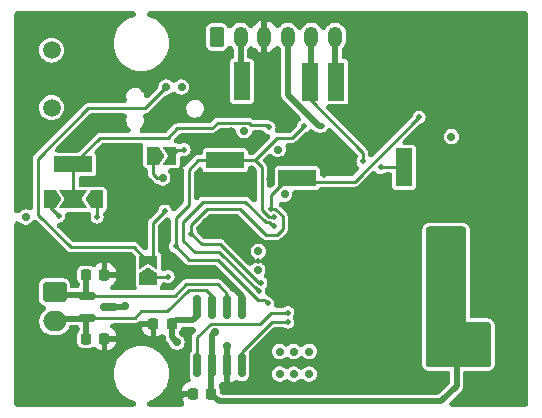
<source format=gbr>
%TF.GenerationSoftware,KiCad,Pcbnew,7.0.9*%
%TF.CreationDate,2023-11-27T14:53:40+10:00*%
%TF.ProjectId,cansult,63616e73-756c-4742-9e6b-696361645f70,rev?*%
%TF.SameCoordinates,Original*%
%TF.FileFunction,Copper,L4,Bot*%
%TF.FilePolarity,Positive*%
%FSLAX46Y46*%
G04 Gerber Fmt 4.6, Leading zero omitted, Abs format (unit mm)*
G04 Created by KiCad (PCBNEW 7.0.9) date 2023-11-27 14:53:40*
%MOMM*%
%LPD*%
G01*
G04 APERTURE LIST*
G04 Aperture macros list*
%AMRoundRect*
0 Rectangle with rounded corners*
0 $1 Rounding radius*
0 $2 $3 $4 $5 $6 $7 $8 $9 X,Y pos of 4 corners*
0 Add a 4 corners polygon primitive as box body*
4,1,4,$2,$3,$4,$5,$6,$7,$8,$9,$2,$3,0*
0 Add four circle primitives for the rounded corners*
1,1,$1+$1,$2,$3*
1,1,$1+$1,$4,$5*
1,1,$1+$1,$6,$7*
1,1,$1+$1,$8,$9*
0 Add four rect primitives between the rounded corners*
20,1,$1+$1,$2,$3,$4,$5,0*
20,1,$1+$1,$4,$5,$6,$7,0*
20,1,$1+$1,$6,$7,$8,$9,0*
20,1,$1+$1,$8,$9,$2,$3,0*%
%AMFreePoly0*
4,1,6,1.000000,0.000000,0.500000,-0.750000,-0.500000,-0.750000,-0.500000,0.750000,0.500000,0.750000,1.000000,0.000000,1.000000,0.000000,$1*%
%AMFreePoly1*
4,1,7,0.700000,0.000000,1.200000,-0.750000,-1.200000,-0.750000,-0.700000,0.000000,-1.200000,0.750000,1.200000,0.750000,0.700000,0.000000,0.700000,0.000000,$1*%
%AMFreePoly2*
4,1,6,0.500000,-0.750000,-0.650000,-0.750000,-0.150000,0.000000,-0.650000,0.750000,0.500000,0.750000,0.500000,-0.750000,0.500000,-0.750000,$1*%
G04 Aperture macros list end*
%TA.AperFunction,ComponentPad*%
%ADD10C,1.500000*%
%TD*%
%TA.AperFunction,ComponentPad*%
%ADD11RoundRect,0.250000X-0.750000X0.600000X-0.750000X-0.600000X0.750000X-0.600000X0.750000X0.600000X0*%
%TD*%
%TA.AperFunction,ComponentPad*%
%ADD12O,2.000000X1.700000*%
%TD*%
%TA.AperFunction,ComponentPad*%
%ADD13RoundRect,0.250000X-0.350000X-0.625000X0.350000X-0.625000X0.350000X0.625000X-0.350000X0.625000X0*%
%TD*%
%TA.AperFunction,ComponentPad*%
%ADD14O,1.200000X1.750000*%
%TD*%
%TA.AperFunction,SMDPad,CuDef*%
%ADD15R,1.400000X3.200000*%
%TD*%
%TA.AperFunction,SMDPad,CuDef*%
%ADD16RoundRect,0.150000X-0.587500X-0.150000X0.587500X-0.150000X0.587500X0.150000X-0.587500X0.150000X0*%
%TD*%
%TA.AperFunction,SMDPad,CuDef*%
%ADD17RoundRect,0.225000X0.225000X0.250000X-0.225000X0.250000X-0.225000X-0.250000X0.225000X-0.250000X0*%
%TD*%
%TA.AperFunction,SMDPad,CuDef*%
%ADD18RoundRect,0.225000X-0.225000X-0.250000X0.225000X-0.250000X0.225000X0.250000X-0.225000X0.250000X0*%
%TD*%
%TA.AperFunction,SMDPad,CuDef*%
%ADD19FreePoly0,0.000000*%
%TD*%
%TA.AperFunction,SMDPad,CuDef*%
%ADD20FreePoly1,0.000000*%
%TD*%
%TA.AperFunction,SMDPad,CuDef*%
%ADD21FreePoly0,180.000000*%
%TD*%
%TA.AperFunction,SMDPad,CuDef*%
%ADD22R,3.200000X1.400000*%
%TD*%
%TA.AperFunction,SMDPad,CuDef*%
%ADD23FreePoly0,90.000000*%
%TD*%
%TA.AperFunction,SMDPad,CuDef*%
%ADD24FreePoly2,90.000000*%
%TD*%
%TA.AperFunction,SMDPad,CuDef*%
%ADD25RoundRect,0.150000X0.150000X-0.825000X0.150000X0.825000X-0.150000X0.825000X-0.150000X-0.825000X0*%
%TD*%
%TA.AperFunction,SMDPad,CuDef*%
%ADD26FreePoly2,0.000000*%
%TD*%
%TA.AperFunction,ViaPad*%
%ADD27C,0.500000*%
%TD*%
%TA.AperFunction,ViaPad*%
%ADD28C,0.700000*%
%TD*%
%TA.AperFunction,Conductor*%
%ADD29C,0.254000*%
%TD*%
%TA.AperFunction,Conductor*%
%ADD30C,0.500000*%
%TD*%
G04 APERTURE END LIST*
D10*
%TO.P,Y1,1,1*%
%TO.N,OSC_IN*%
X169400000Y-77450000D03*
%TO.P,Y1,2,2*%
%TO.N,OSC_OUT*%
X169400000Y-72570000D03*
%TD*%
D11*
%TO.P,J3,1,Pin_1*%
%TO.N,/mcu/CANH*%
X169650000Y-93050000D03*
D12*
%TO.P,J3,2,Pin_2*%
%TO.N,/mcu/CANL*%
X169650000Y-95550000D03*
%TD*%
D13*
%TO.P,J1,1,Pin_1*%
%TO.N,unconnected-(J1-Pin_1-Pad1)*%
X183400000Y-71450000D03*
D14*
%TO.P,J1,2,Pin_2*%
%TO.N,CNSLT_CLK*%
X185400000Y-71450000D03*
%TO.P,J1,3,Pin_3*%
%TO.N,GND*%
X187400000Y-71450000D03*
%TO.P,J1,4,Pin_4*%
%TO.N,+12V*%
X189400000Y-71450000D03*
%TO.P,J1,5,Pin_5*%
%TO.N,CNSLT_TX*%
X191400000Y-71450000D03*
%TO.P,J1,6,Pin_6*%
%TO.N,CNSLT_RX*%
X193400000Y-71450000D03*
%TD*%
D15*
%TO.P,TP3,1,1*%
%TO.N,/consult/OA-*%
X199250000Y-82500000D03*
%TD*%
%TO.P,TP7,1,1*%
%TO.N,CNSLT_CLK*%
X185500000Y-75200000D03*
%TD*%
D16*
%TO.P,D1,1,K*%
%TO.N,/mcu/CANL*%
X172362500Y-95250000D03*
%TO.P,D1,2,K*%
%TO.N,/mcu/CANH*%
X172362500Y-93350000D03*
%TO.P,D1,3,A*%
%TO.N,GND*%
X174237500Y-94300000D03*
%TD*%
D17*
%TO.P,C16,1*%
%TO.N,GND*%
X173875000Y-97000000D03*
%TO.P,C16,2*%
%TO.N,/mcu/CANL*%
X172325000Y-97000000D03*
%TD*%
D15*
%TO.P,TP2,1,1*%
%TO.N,CNSLT_TX*%
X191250000Y-75250000D03*
%TD*%
D17*
%TO.P,C8,1*%
%TO.N,+5V*%
X182925000Y-101650000D03*
%TO.P,C8,2*%
%TO.N,GND*%
X181375000Y-101650000D03*
%TD*%
%TO.P,C6,1*%
%TO.N,+3V3*%
X179575000Y-95800000D03*
%TO.P,C6,2*%
%TO.N,GND*%
X178025000Y-95800000D03*
%TD*%
D18*
%TO.P,C18,1*%
%TO.N,/mcu/CANH*%
X172325000Y-91600000D03*
%TO.P,C18,2*%
%TO.N,GND*%
X173875000Y-91600000D03*
%TD*%
D19*
%TO.P,JP1,1,A*%
%TO.N,/consult/CLK_Q5*%
X169250000Y-85200000D03*
D20*
%TO.P,JP1,2,C*%
%TO.N,CLK_O*%
X171250000Y-85200000D03*
D21*
%TO.P,JP1,3,B*%
%TO.N,/consult/CLK_Q4*%
X173250000Y-85200000D03*
%TD*%
D22*
%TO.P,TP1,1,1*%
%TO.N,MCU_TX*%
X184100000Y-81900000D03*
%TD*%
%TO.P,TP5,1,1*%
%TO.N,MCU_RX*%
X190200000Y-83400000D03*
%TD*%
D23*
%TO.P,JP3,1,A*%
%TO.N,/mcu/NRST BJ*%
X177600000Y-91925000D03*
D24*
%TO.P,JP3,2,B*%
%TO.N,NRST*%
X177600000Y-90475000D03*
%TD*%
D15*
%TO.P,TP4,1,1*%
%TO.N,CNSLT_RX*%
X193500000Y-75250000D03*
%TD*%
D22*
%TO.P,TP6,1,1*%
%TO.N,CLK_O*%
X171250000Y-82250000D03*
%TD*%
D25*
%TO.P,U3,1,TXD*%
%TO.N,CAN_TX*%
X185505000Y-99275000D03*
%TO.P,U3,2,VSS*%
%TO.N,GND*%
X184235000Y-99275000D03*
%TO.P,U3,3,VDD*%
%TO.N,+5V*%
X182965000Y-99275000D03*
%TO.P,U3,4,RXD*%
%TO.N,CAN_RX*%
X181695000Y-99275000D03*
%TO.P,U3,5,Vio*%
%TO.N,+3V3*%
X181695000Y-94325000D03*
%TO.P,U3,6,CANL*%
%TO.N,/mcu/CANL*%
X182965000Y-94325000D03*
%TO.P,U3,7,CANH*%
%TO.N,/mcu/CANH*%
X184235000Y-94325000D03*
%TO.P,U3,8,STBY*%
%TO.N,GND*%
X185505000Y-94325000D03*
%TD*%
D19*
%TO.P,JP2,1,A*%
%TO.N,+3V3*%
X177975000Y-81500000D03*
D26*
%TO.P,JP2,2,B*%
%TO.N,/mcu/BOOT0*%
X179425000Y-81500000D03*
%TD*%
D27*
%TO.N,CNSLT_TX*%
X195750000Y-82000000D03*
%TO.N,GND*%
X183400000Y-73200000D03*
X170250000Y-89750000D03*
X167600000Y-74300000D03*
D28*
X198400000Y-94900000D03*
X195000000Y-86000000D03*
D27*
X199400000Y-73000000D03*
X187826500Y-83502796D03*
X199400000Y-97700000D03*
X180000000Y-102200000D03*
X167600000Y-77300000D03*
X198900000Y-88500000D03*
D28*
X195000000Y-94900000D03*
X207500000Y-69750000D03*
D27*
X180000000Y-71400000D03*
X170500000Y-91200000D03*
X207750000Y-81000000D03*
D28*
X207100000Y-89800000D03*
X208700000Y-100300000D03*
D27*
X182400000Y-83900000D03*
D28*
X208700000Y-94400000D03*
D27*
X206250000Y-81000000D03*
X175500000Y-97300000D03*
X191700000Y-101400000D03*
X197250000Y-77750000D03*
X196700000Y-92200000D03*
X206250000Y-79250000D03*
X174000000Y-69900000D03*
D28*
X186500000Y-72700000D03*
D27*
X188819785Y-81768699D03*
D28*
X193200000Y-94900000D03*
D27*
X197600000Y-97696228D03*
X175900000Y-90260000D03*
X201800000Y-69800000D03*
D28*
X198400000Y-86000000D03*
D27*
X167600000Y-72800000D03*
X201800000Y-75600000D03*
D28*
X202800000Y-86000000D03*
X192200000Y-89900000D03*
D27*
X169400000Y-70000000D03*
D28*
X187800000Y-73300000D03*
D27*
X199400000Y-100800000D03*
X197000000Y-69800000D03*
X180000000Y-99200000D03*
X172800000Y-75200000D03*
D28*
X200000000Y-94900000D03*
D27*
X207750000Y-79250000D03*
X186849812Y-90402843D03*
X177000000Y-97300000D03*
X180000000Y-100700000D03*
D28*
X208700000Y-92700000D03*
D27*
X174300000Y-80900000D03*
X180000000Y-69900000D03*
D28*
X192200000Y-93600000D03*
D27*
X198900000Y-92200000D03*
X171450000Y-80700000D03*
X172800000Y-78600000D03*
X167600000Y-71200000D03*
X197000000Y-73000000D03*
D28*
X208750000Y-69750000D03*
D27*
X203000000Y-82250000D03*
D28*
X192200000Y-88200000D03*
D27*
X172800000Y-71800000D03*
X204750000Y-81000000D03*
D28*
X196700000Y-94900000D03*
D27*
X197600000Y-100800000D03*
X204750000Y-79250000D03*
X185400000Y-87000000D03*
X194500000Y-92200000D03*
D28*
X208700000Y-97400000D03*
D27*
X184556358Y-92441960D03*
X201800000Y-73000000D03*
X185400000Y-83900000D03*
X197000000Y-75600000D03*
X192500000Y-83123500D03*
X180600000Y-81800000D03*
D28*
X192200000Y-86500000D03*
D27*
X194500000Y-88500000D03*
D28*
X196700000Y-86000000D03*
D27*
X203000000Y-84250000D03*
X204200000Y-69800000D03*
X174500000Y-86500000D03*
X200900000Y-82750000D03*
X180000000Y-72900000D03*
X184567947Y-79351108D03*
X188200000Y-82200000D03*
D28*
X207100000Y-85600000D03*
D27*
X174500000Y-88300000D03*
X167600000Y-78800000D03*
D28*
X175650000Y-94270000D03*
X177500000Y-75100000D03*
X200300000Y-86000000D03*
D27*
X189900000Y-92450000D03*
X180050000Y-91500000D03*
X196700000Y-88500000D03*
D28*
X184250000Y-97650000D03*
D27*
X170500000Y-97500000D03*
X167250000Y-89250000D03*
D28*
X205700000Y-71000000D03*
D27*
X199400000Y-69800000D03*
X182400000Y-87000000D03*
X167600000Y-75800000D03*
X180000000Y-74400000D03*
X167200000Y-80500000D03*
X183286768Y-79690595D03*
D28*
X192200000Y-91700000D03*
X206250000Y-69750000D03*
X208700000Y-101800000D03*
D27*
X199400000Y-75600000D03*
X179908819Y-85520497D03*
D28*
X187000000Y-73300000D03*
D27*
X189000000Y-79000000D03*
D28*
X193500000Y-86000000D03*
X188300000Y-72700000D03*
D27*
X174000000Y-71400000D03*
X178500000Y-97300000D03*
X174000000Y-72900000D03*
D28*
%TO.N,+3V3*%
X186902540Y-89605081D03*
X188700000Y-100000000D03*
X189124384Y-84775616D03*
X180400000Y-75700000D03*
X186850013Y-91202343D03*
X167200000Y-86700000D03*
X188700000Y-98100000D03*
X188600000Y-81000000D03*
X191200000Y-98100000D03*
X191200000Y-100000000D03*
X178800000Y-83400000D03*
X203250000Y-79900000D03*
X180000000Y-97300000D03*
X189900000Y-100000000D03*
X185687000Y-79399524D03*
X189900000Y-98100000D03*
%TO.N,+5V*%
X205100000Y-96900000D03*
X205100000Y-98400000D03*
X203300000Y-89400000D03*
X183250000Y-96400000D03*
X203300000Y-90600000D03*
X203700000Y-98400000D03*
X203700000Y-96900000D03*
X202000000Y-89400000D03*
X202000000Y-90600000D03*
D27*
%TO.N,+12V*%
X192250000Y-79000000D03*
D28*
%TO.N,NRST*%
X179100000Y-75700000D03*
D27*
X179000000Y-86200000D03*
%TO.N,/consult/CLK_Q5*%
X170000000Y-86630000D03*
%TO.N,CLK_O*%
X187800000Y-79100000D03*
%TO.N,/consult/CLK_Q4*%
X173250000Y-86700000D03*
%TO.N,/mcu/BOOT0*%
X180607372Y-80993128D03*
%TO.N,MCU_TX*%
X190750000Y-79000000D03*
X179900000Y-89200000D03*
X187700000Y-94000000D03*
X188192964Y-86708259D03*
%TO.N,MCU_RX*%
X187937500Y-86002796D03*
X181200000Y-88100000D03*
X187118555Y-92294094D03*
X200500000Y-78250000D03*
%TO.N,CAN_TX*%
X189400000Y-95600000D03*
%TO.N,CAN_RX*%
X189400000Y-94800000D03*
%TO.N,/mcu/NRST BJ*%
X179250000Y-91750000D03*
%TO.N,/consult/OA-*%
X197250000Y-82500000D03*
%TO.N,BT_EN*%
X186934148Y-92968852D03*
X188200000Y-87500000D03*
%TD*%
D29*
%TO.N,CNSLT_TX*%
X195750000Y-81250000D02*
X191250000Y-76750000D01*
D30*
X191400000Y-75100000D02*
X191250000Y-75250000D01*
D29*
X191250000Y-76750000D02*
X191250000Y-75250000D01*
D30*
X191400000Y-71450000D02*
X191400000Y-75100000D01*
D29*
X195750000Y-82000000D02*
X195750000Y-81250000D01*
D30*
%TO.N,GND*%
X184556358Y-92441960D02*
X185505000Y-93390602D01*
X180000000Y-102200000D02*
X180550000Y-101650000D01*
X180550000Y-101650000D02*
X181375000Y-101650000D01*
X184250000Y-99260000D02*
X184235000Y-99275000D01*
X175650000Y-94270000D02*
X175620000Y-94300000D01*
X185505000Y-93390602D02*
X185505000Y-94325000D01*
X175620000Y-94300000D02*
X174237500Y-94300000D01*
X184250000Y-97650000D02*
X184250000Y-99260000D01*
D29*
%TO.N,+3V3*%
X177975000Y-83025000D02*
X178350000Y-83400000D01*
X177975000Y-81500000D02*
X177975000Y-83025000D01*
D30*
X181695000Y-95105000D02*
X181695000Y-94325000D01*
X181350000Y-95450000D02*
X181695000Y-95105000D01*
D29*
X178350000Y-83400000D02*
X178800000Y-83400000D01*
D30*
X179575000Y-95800000D02*
X179925000Y-95450000D01*
X180000000Y-97300000D02*
X179600000Y-96900000D01*
X179600000Y-96900000D02*
X179600000Y-95825000D01*
X179600000Y-95825000D02*
X179575000Y-95800000D01*
X179925000Y-95450000D02*
X181350000Y-95450000D01*
%TO.N,+5V*%
X203700000Y-98400000D02*
X203700000Y-101000000D01*
X182925000Y-101650000D02*
X182925000Y-99315000D01*
X203700000Y-101000000D02*
X202400000Y-102300000D01*
X202400000Y-102300000D02*
X183575000Y-102300000D01*
X182965000Y-96685000D02*
X183250000Y-96400000D01*
X183575000Y-102300000D02*
X182925000Y-101650000D01*
X182925000Y-99315000D02*
X182965000Y-99275000D01*
X182965000Y-99275000D02*
X182965000Y-96685000D01*
%TO.N,/mcu/CANL*%
X172325000Y-95287500D02*
X172362500Y-95250000D01*
D29*
X176450000Y-95250000D02*
X172362500Y-95250000D01*
D30*
X172312500Y-95300000D02*
X172362500Y-95250000D01*
D29*
X182965000Y-93365000D02*
X182450000Y-92850000D01*
X182965000Y-94325000D02*
X182965000Y-93365000D01*
X181000000Y-92850000D02*
X179146500Y-94703500D01*
X182450000Y-92850000D02*
X181000000Y-92850000D01*
D30*
X172325000Y-97000000D02*
X172325000Y-95287500D01*
D29*
X176996500Y-94703500D02*
X176450000Y-95250000D01*
X179146500Y-94703500D02*
X176996500Y-94703500D01*
D30*
X169650000Y-95550000D02*
X169900000Y-95300000D01*
X169900000Y-95300000D02*
X172312500Y-95300000D01*
D29*
%TO.N,/mcu/CANH*%
X184235000Y-93185000D02*
X183446000Y-92396000D01*
D30*
X172325000Y-91600000D02*
X172325000Y-93312500D01*
X172325000Y-93312500D02*
X172362500Y-93350000D01*
D29*
X184235000Y-94325000D02*
X184235000Y-93185000D01*
X179857947Y-93350000D02*
X172362500Y-93350000D01*
X180811947Y-92396000D02*
X179857947Y-93350000D01*
D30*
X169900000Y-93300000D02*
X172312500Y-93300000D01*
D29*
X183446000Y-92396000D02*
X180811947Y-92396000D01*
D30*
X172312500Y-93300000D02*
X172362500Y-93350000D01*
X169650000Y-93050000D02*
X169900000Y-93300000D01*
%TO.N,+12V*%
X189400000Y-76400000D02*
X189400000Y-71450000D01*
X192250000Y-79000000D02*
X192000000Y-79000000D01*
X192000000Y-79000000D02*
X189400000Y-76400000D01*
%TO.N,CNSLT_CLK*%
X185400000Y-71450000D02*
X185400000Y-74900000D01*
X185400000Y-74900000D02*
X185500000Y-75000000D01*
%TO.N,CNSLT_RX*%
X193400000Y-75150000D02*
X193500000Y-75250000D01*
X193400000Y-71450000D02*
X193400000Y-75150000D01*
D29*
%TO.N,NRST*%
X178000000Y-87200000D02*
X179000000Y-86200000D01*
X168250000Y-86500000D02*
X171000000Y-89250000D01*
X177300000Y-77500000D02*
X172500000Y-77500000D01*
X172500000Y-77500000D02*
X168250000Y-81750000D01*
X176375000Y-89250000D02*
X177600000Y-90475000D01*
X168250000Y-81750000D02*
X168250000Y-86500000D01*
X177600000Y-90475000D02*
X178000000Y-90075000D01*
X179100000Y-75700000D02*
X177300000Y-77500000D01*
X171000000Y-89250000D02*
X176375000Y-89250000D01*
X178000000Y-90075000D02*
X178000000Y-87200000D01*
%TO.N,/consult/CLK_Q5*%
X169250000Y-85880000D02*
X169250000Y-84750000D01*
X170000000Y-86630000D02*
X169250000Y-85880000D01*
%TO.N,CLK_O*%
X183460998Y-78723000D02*
X182983998Y-79200000D01*
X186257423Y-78900000D02*
X186080423Y-78723000D01*
X171250000Y-84750000D02*
X171250000Y-82250000D01*
X187800000Y-79100000D02*
X187600000Y-78900000D01*
X186080423Y-78723000D02*
X183460998Y-78723000D01*
X187600000Y-78900000D02*
X186257423Y-78900000D01*
X173500000Y-80000000D02*
X171250000Y-82250000D01*
X180050000Y-79200000D02*
X179250000Y-80000000D01*
X182983998Y-79200000D02*
X180050000Y-79200000D01*
X179250000Y-80000000D02*
X173500000Y-80000000D01*
%TO.N,/consult/CLK_Q4*%
X173250000Y-84750000D02*
X173250000Y-86700000D01*
%TO.N,/mcu/BOOT0*%
X180006872Y-80993128D02*
X179500000Y-81500000D01*
X180607372Y-80993128D02*
X180006872Y-80993128D01*
X179500000Y-81500000D02*
X179425000Y-81500000D01*
%TO.N,MCU_TX*%
X181800000Y-81900000D02*
X184100000Y-81900000D01*
X186850000Y-93700000D02*
X187400000Y-93700000D01*
X184100000Y-81900000D02*
X186600000Y-81900000D01*
X181000000Y-85650000D02*
X181000000Y-82700000D01*
X179900000Y-89200000D02*
X181008000Y-90308000D01*
X179900000Y-86750000D02*
X181000000Y-85650000D01*
X187826961Y-86708259D02*
X187200000Y-86081298D01*
X183458000Y-90308000D02*
X186850000Y-93700000D01*
X186600000Y-81900000D02*
X188500000Y-80000000D01*
X187400000Y-93700000D02*
X187700000Y-94000000D01*
X188500000Y-80000000D02*
X189750000Y-80000000D01*
X187200000Y-82500000D02*
X186600000Y-81900000D01*
X179900000Y-89200000D02*
X179900000Y-86750000D01*
X181008000Y-90308000D02*
X183458000Y-90308000D01*
X187200000Y-86081298D02*
X187200000Y-82500000D01*
X188192964Y-86708259D02*
X187826961Y-86708259D01*
X189750000Y-80000000D02*
X190750000Y-79000000D01*
X181000000Y-82700000D02*
X181800000Y-81900000D01*
%TO.N,MCU_RX*%
X181200000Y-88100000D02*
X181200000Y-87350000D01*
X181200000Y-88100000D02*
X182100000Y-89000000D01*
X187937500Y-84862500D02*
X189400000Y-83400000D01*
X183690248Y-89000000D02*
X186984342Y-92294094D01*
X188950000Y-86649293D02*
X188303503Y-86002796D01*
X190200000Y-83400000D02*
X190500000Y-83700000D01*
X187937500Y-86002796D02*
X187937500Y-84862500D01*
X186984342Y-92294094D02*
X187118555Y-92294094D01*
X185350000Y-86000000D02*
X187550000Y-88200000D01*
X188475000Y-88200000D02*
X188950000Y-87725000D01*
X188303503Y-86002796D02*
X187937500Y-86002796D01*
X195050000Y-83700000D02*
X200500000Y-78250000D01*
X182550000Y-86000000D02*
X185350000Y-86000000D01*
X182100000Y-89000000D02*
X183690248Y-89000000D01*
X188950000Y-87725000D02*
X188950000Y-86649293D01*
X190500000Y-83700000D02*
X195050000Y-83700000D01*
X187550000Y-88200000D02*
X188475000Y-88200000D01*
X181200000Y-87350000D02*
X182550000Y-86000000D01*
X189400000Y-83400000D02*
X190200000Y-83400000D01*
%TO.N,CAN_TX*%
X189395003Y-95604997D02*
X188017503Y-95604997D01*
X189400000Y-95600000D02*
X189395003Y-95604997D01*
X185505000Y-98117500D02*
X185505000Y-99275000D01*
X188017503Y-95604997D02*
X185505000Y-98117500D01*
%TO.N,CAN_RX*%
X187077000Y-95723000D02*
X182877000Y-95723000D01*
X188000000Y-94800000D02*
X187077000Y-95723000D01*
X182877000Y-95723000D02*
X181695000Y-96905000D01*
X189400000Y-94800000D02*
X188000000Y-94800000D01*
X181695000Y-96905000D02*
X181695000Y-99275000D01*
%TO.N,/mcu/NRST BJ*%
X177775000Y-91750000D02*
X179250000Y-91750000D01*
X177600000Y-91925000D02*
X177775000Y-91750000D01*
%TO.N,/consult/OA-*%
X199250000Y-82500000D02*
X197250000Y-82500000D01*
%TO.N,BT_EN*%
X180550000Y-88700000D02*
X180550000Y-87100000D01*
X187562259Y-87162259D02*
X187830962Y-87162259D01*
X183600000Y-89650000D02*
X181500000Y-89650000D01*
X187830962Y-87162259D02*
X188168703Y-87500000D01*
X186918852Y-92968852D02*
X183600000Y-89650000D01*
X185800000Y-85400000D02*
X187562259Y-87162259D01*
X188168703Y-87500000D02*
X188200000Y-87500000D01*
X180550000Y-87100000D02*
X182250000Y-85400000D01*
X181500000Y-89650000D02*
X180550000Y-88700000D01*
X182250000Y-85400000D02*
X185800000Y-85400000D01*
X186934148Y-92968852D02*
X186918852Y-92968852D01*
%TD*%
%TA.AperFunction,Conductor*%
%TO.N,GND*%
G36*
X168018662Y-86929666D02*
G01*
X168107850Y-86968196D01*
X168142473Y-86997050D01*
X170675788Y-89530364D01*
X170685098Y-89540783D01*
X170705942Y-89566920D01*
X170752584Y-89598720D01*
X170797986Y-89632228D01*
X170797990Y-89632229D01*
X170805146Y-89636011D01*
X170805164Y-89636020D01*
X170805198Y-89636038D01*
X170812417Y-89639514D01*
X170812419Y-89639515D01*
X170866357Y-89656152D01*
X170919625Y-89674792D01*
X170919629Y-89674792D01*
X170927545Y-89676289D01*
X170927555Y-89676291D01*
X170927558Y-89676291D01*
X170935559Y-89677498D01*
X170935565Y-89677500D01*
X170935571Y-89677500D01*
X170992007Y-89677500D01*
X171020206Y-89678555D01*
X171048404Y-89679610D01*
X171048404Y-89679609D01*
X171048405Y-89679610D01*
X171048405Y-89679609D01*
X171060174Y-89678284D01*
X171074127Y-89677500D01*
X176094784Y-89677500D01*
X176190072Y-89696454D01*
X176270853Y-89750430D01*
X176471364Y-89950940D01*
X176525341Y-90031721D01*
X176544295Y-90127009D01*
X176544295Y-91125000D01*
X176556628Y-91203721D01*
X176562228Y-91239466D01*
X176558450Y-91240057D01*
X176566101Y-91299002D01*
X176562424Y-91328013D01*
X176544295Y-91424995D01*
X176544295Y-92424998D01*
X176545598Y-92453204D01*
X176576345Y-92561268D01*
X176576966Y-92562514D01*
X176602472Y-92656262D01*
X176590160Y-92752634D01*
X176541905Y-92836958D01*
X176465055Y-92896397D01*
X176371307Y-92921903D01*
X176354069Y-92922500D01*
X174620224Y-92922500D01*
X174524936Y-92903546D01*
X174444154Y-92849570D01*
X174390178Y-92768788D01*
X174371224Y-92673500D01*
X174390178Y-92578212D01*
X174444154Y-92497430D01*
X174489505Y-92461572D01*
X174552729Y-92422574D01*
X174672574Y-92302729D01*
X174761546Y-92158483D01*
X174814855Y-91997603D01*
X174824999Y-91898317D01*
X174825000Y-91898307D01*
X174825000Y-91850001D01*
X174824999Y-91850000D01*
X173874000Y-91850000D01*
X173778712Y-91831046D01*
X173697930Y-91777070D01*
X173643954Y-91696288D01*
X173625000Y-91601000D01*
X173625000Y-91349999D01*
X174125000Y-91349999D01*
X174125001Y-91350000D01*
X174824998Y-91350000D01*
X174824999Y-91349999D01*
X174824999Y-91301696D01*
X174824998Y-91301679D01*
X174814855Y-91202390D01*
X174814854Y-91202387D01*
X174761548Y-91041519D01*
X174672574Y-90897270D01*
X174552729Y-90777425D01*
X174408483Y-90688453D01*
X174247603Y-90635144D01*
X174148317Y-90625000D01*
X174125001Y-90625000D01*
X174125000Y-90625001D01*
X174125000Y-91349999D01*
X173625000Y-91349999D01*
X173625000Y-90625000D01*
X173624999Y-90624999D01*
X173601688Y-90625000D01*
X173502389Y-90635144D01*
X173502387Y-90635145D01*
X173341519Y-90688451D01*
X173197270Y-90777425D01*
X173120851Y-90853844D01*
X173040069Y-90907820D01*
X172944781Y-90926773D01*
X172849492Y-90907818D01*
X172822739Y-90894814D01*
X172809977Y-90887637D01*
X172809975Y-90887636D01*
X172809972Y-90887634D01*
X172809967Y-90887632D01*
X172675595Y-90834642D01*
X172675591Y-90834641D01*
X172654478Y-90832105D01*
X172591144Y-90824500D01*
X172058856Y-90824500D01*
X172008188Y-90830584D01*
X171974408Y-90834641D01*
X171974404Y-90834642D01*
X171840027Y-90887634D01*
X171724927Y-90974917D01*
X171724917Y-90974927D01*
X171637634Y-91090027D01*
X171584642Y-91224404D01*
X171584641Y-91224408D01*
X171584641Y-91224410D01*
X171574500Y-91308856D01*
X171574500Y-91891144D01*
X171582105Y-91954478D01*
X171584641Y-91975591D01*
X171584642Y-91975595D01*
X171637634Y-92109972D01*
X171637635Y-92109974D01*
X171637636Y-92109975D01*
X171665051Y-92146127D01*
X171723904Y-92223736D01*
X171766378Y-92311115D01*
X171774500Y-92374191D01*
X171774500Y-92500500D01*
X171755546Y-92595788D01*
X171701570Y-92676570D01*
X171620788Y-92730546D01*
X171525500Y-92749500D01*
X171199500Y-92749500D01*
X171104212Y-92730546D01*
X171023430Y-92676570D01*
X170969454Y-92595788D01*
X170950500Y-92500500D01*
X170950500Y-92406900D01*
X170946572Y-92374191D01*
X170939877Y-92318436D01*
X170909165Y-92240556D01*
X170884362Y-92177659D01*
X170845526Y-92126447D01*
X170792922Y-92057078D01*
X170739366Y-92016465D01*
X170672340Y-91965637D01*
X170531568Y-91910124D01*
X170531564Y-91910123D01*
X170443102Y-91899500D01*
X168856898Y-91899500D01*
X168790551Y-91907467D01*
X168768435Y-91910123D01*
X168768431Y-91910124D01*
X168627659Y-91965637D01*
X168507080Y-92057076D01*
X168507076Y-92057080D01*
X168415637Y-92177659D01*
X168360124Y-92318431D01*
X168360123Y-92318435D01*
X168360123Y-92318436D01*
X168349500Y-92406898D01*
X168349500Y-93693102D01*
X168353016Y-93722378D01*
X168360123Y-93781564D01*
X168360124Y-93781568D01*
X168415637Y-93922340D01*
X168415639Y-93922342D01*
X168507078Y-94042922D01*
X168570476Y-94090998D01*
X168627659Y-94134362D01*
X168765126Y-94188572D01*
X168846817Y-94241161D01*
X168902165Y-94321009D01*
X168922743Y-94415960D01*
X168905418Y-94511558D01*
X168852829Y-94593249D01*
X168823837Y-94618916D01*
X168721593Y-94696128D01*
X168577942Y-94853705D01*
X168465704Y-95034977D01*
X168465702Y-95034980D01*
X168411489Y-95174922D01*
X168404633Y-95192621D01*
X168388678Y-95233805D01*
X168349500Y-95443386D01*
X168349500Y-95656613D01*
X168385757Y-95850566D01*
X168388679Y-95866198D01*
X168450096Y-96024735D01*
X168465702Y-96065019D01*
X168465704Y-96065022D01*
X168577942Y-96246294D01*
X168577945Y-96246297D01*
X168577948Y-96246302D01*
X168721593Y-96403872D01*
X168835680Y-96490027D01*
X168891748Y-96532368D01*
X168955892Y-96564307D01*
X169082611Y-96627405D01*
X169082617Y-96627406D01*
X169082620Y-96627408D01*
X169287685Y-96685755D01*
X169287687Y-96685755D01*
X169287690Y-96685756D01*
X169446806Y-96700500D01*
X169446809Y-96700500D01*
X169853191Y-96700500D01*
X169853194Y-96700500D01*
X170012310Y-96685756D01*
X170111351Y-96657576D01*
X170217379Y-96627408D01*
X170217379Y-96627407D01*
X170217389Y-96627405D01*
X170408255Y-96532366D01*
X170578407Y-96403872D01*
X170722052Y-96246302D01*
X170834298Y-96065019D01*
X170855787Y-96009550D01*
X170907883Y-95927544D01*
X170987396Y-95871716D01*
X171082221Y-95850566D01*
X171087972Y-95850500D01*
X171525500Y-95850500D01*
X171620788Y-95869454D01*
X171701570Y-95923430D01*
X171755546Y-96004212D01*
X171774500Y-96099500D01*
X171774500Y-96225809D01*
X171755546Y-96321097D01*
X171723904Y-96376264D01*
X171637634Y-96490027D01*
X171584642Y-96624404D01*
X171584641Y-96624408D01*
X171584641Y-96624410D01*
X171574500Y-96708856D01*
X171574500Y-97291144D01*
X171580084Y-97337643D01*
X171584641Y-97375591D01*
X171584642Y-97375595D01*
X171637634Y-97509972D01*
X171709334Y-97604523D01*
X171724922Y-97625078D01*
X171840025Y-97712364D01*
X171840026Y-97712364D01*
X171840027Y-97712365D01*
X171840026Y-97712365D01*
X171974404Y-97765357D01*
X171974406Y-97765357D01*
X171974410Y-97765359D01*
X172058856Y-97775500D01*
X172058859Y-97775500D01*
X172591141Y-97775500D01*
X172591144Y-97775500D01*
X172675590Y-97765359D01*
X172809975Y-97712364D01*
X172809982Y-97712358D01*
X172822733Y-97705189D01*
X172915080Y-97675004D01*
X173011949Y-97682456D01*
X173098592Y-97726411D01*
X173120852Y-97746156D01*
X173197270Y-97822574D01*
X173341516Y-97911546D01*
X173502396Y-97964855D01*
X173601687Y-97974999D01*
X173601688Y-97974999D01*
X173625000Y-97974998D01*
X174125000Y-97974998D01*
X174125001Y-97974999D01*
X174148304Y-97974999D01*
X174148320Y-97974998D01*
X174247609Y-97964855D01*
X174247612Y-97964854D01*
X174408480Y-97911548D01*
X174552729Y-97822574D01*
X174672574Y-97702729D01*
X174761546Y-97558483D01*
X174814855Y-97397603D01*
X174824999Y-97298317D01*
X174825000Y-97298307D01*
X174825000Y-97250001D01*
X174824999Y-97250000D01*
X174125001Y-97250000D01*
X174125000Y-97250001D01*
X174125000Y-97974998D01*
X173625000Y-97974998D01*
X173625000Y-96999000D01*
X173643954Y-96903712D01*
X173697930Y-96822930D01*
X173778712Y-96768954D01*
X173874000Y-96750000D01*
X174824998Y-96750000D01*
X174824999Y-96749999D01*
X174824999Y-96701696D01*
X174824998Y-96701679D01*
X174814855Y-96602390D01*
X174814854Y-96602387D01*
X174761548Y-96441519D01*
X174672574Y-96297270D01*
X174552729Y-96177425D01*
X174489505Y-96138428D01*
X174446369Y-96098320D01*
X177075001Y-96098320D01*
X177085144Y-96197609D01*
X177085145Y-96197612D01*
X177138451Y-96358480D01*
X177227425Y-96502729D01*
X177347270Y-96622574D01*
X177491516Y-96711546D01*
X177652396Y-96764855D01*
X177751687Y-96774999D01*
X177751688Y-96774999D01*
X177775000Y-96774998D01*
X177775000Y-96050001D01*
X177774999Y-96050000D01*
X177075002Y-96050000D01*
X177075001Y-96050001D01*
X177075001Y-96098320D01*
X174446369Y-96098320D01*
X174418354Y-96072272D01*
X174377936Y-95983923D01*
X174374404Y-95886832D01*
X174408296Y-95795781D01*
X174474452Y-95724630D01*
X174562801Y-95684212D01*
X174620224Y-95677500D01*
X176418994Y-95677500D01*
X176432947Y-95678284D01*
X176466164Y-95682027D01*
X176466164Y-95682026D01*
X176466166Y-95682027D01*
X176521623Y-95671533D01*
X176577431Y-95663122D01*
X176577438Y-95663118D01*
X176585160Y-95660736D01*
X176592780Y-95658069D01*
X176592789Y-95658068D01*
X176642684Y-95631697D01*
X176693540Y-95607207D01*
X176693547Y-95607200D01*
X176700200Y-95602664D01*
X176700212Y-95602656D01*
X176700222Y-95602648D01*
X176706719Y-95597854D01*
X176706726Y-95597851D01*
X176738715Y-95565860D01*
X176819495Y-95511883D01*
X176914782Y-95492927D01*
X177010071Y-95511879D01*
X177067126Y-95550000D01*
X178026000Y-95550000D01*
X178121288Y-95568954D01*
X178202070Y-95622930D01*
X178256046Y-95703712D01*
X178275000Y-95799000D01*
X178275000Y-96774998D01*
X178275001Y-96774999D01*
X178298304Y-96774999D01*
X178298320Y-96774998D01*
X178397609Y-96764855D01*
X178397612Y-96764854D01*
X178558478Y-96711549D01*
X178669780Y-96642897D01*
X178760832Y-96609005D01*
X178857922Y-96612537D01*
X178946271Y-96652954D01*
X179012428Y-96724105D01*
X179046320Y-96815157D01*
X179049500Y-96854825D01*
X179049500Y-96890602D01*
X179047238Y-96956826D01*
X179047238Y-96956831D01*
X179056955Y-96996703D01*
X179059337Y-97009234D01*
X179064929Y-97049917D01*
X179064929Y-97049919D01*
X179067817Y-97056566D01*
X179081352Y-97096816D01*
X179083065Y-97103846D01*
X179083068Y-97103854D01*
X179103190Y-97139641D01*
X179108863Y-97151064D01*
X179125218Y-97188717D01*
X179125222Y-97188723D01*
X179129793Y-97194342D01*
X179153676Y-97229432D01*
X179157232Y-97235757D01*
X179157235Y-97235760D01*
X179186270Y-97264796D01*
X179194813Y-97274262D01*
X179220722Y-97306108D01*
X179226642Y-97310286D01*
X179259119Y-97337643D01*
X179317091Y-97395616D01*
X179371067Y-97476398D01*
X179373839Y-97483387D01*
X179383923Y-97509975D01*
X179419780Y-97604523D01*
X179509517Y-97734530D01*
X179627760Y-97839283D01*
X179767635Y-97912696D01*
X179921015Y-97950500D01*
X179921020Y-97950500D01*
X180078980Y-97950500D01*
X180078985Y-97950500D01*
X180232365Y-97912696D01*
X180372240Y-97839283D01*
X180490483Y-97734530D01*
X180580220Y-97604523D01*
X180636237Y-97456818D01*
X180655278Y-97300000D01*
X180636237Y-97143182D01*
X180580220Y-96995477D01*
X180490483Y-96865470D01*
X180478467Y-96854825D01*
X180372239Y-96760716D01*
X180309500Y-96727788D01*
X180233935Y-96666723D01*
X180187491Y-96581388D01*
X180177239Y-96484775D01*
X180204739Y-96391593D01*
X180226806Y-96356864D01*
X180262364Y-96309975D01*
X180267374Y-96297270D01*
X180321216Y-96160739D01*
X180324648Y-96162092D01*
X180353847Y-96100717D01*
X180425982Y-96035636D01*
X180517532Y-96003113D01*
X180553509Y-96000500D01*
X181340601Y-96000500D01*
X181344861Y-96000645D01*
X181400386Y-96002542D01*
X181494968Y-96024735D01*
X181573861Y-96081437D01*
X181625049Y-96164013D01*
X181640741Y-96259892D01*
X181618547Y-96354478D01*
X181567956Y-96427466D01*
X181414630Y-96580791D01*
X181404214Y-96590100D01*
X181378076Y-96610945D01*
X181346284Y-96657575D01*
X181312768Y-96702989D01*
X181308979Y-96710157D01*
X181305486Y-96717412D01*
X181288850Y-96771347D01*
X181270207Y-96824626D01*
X181268705Y-96832567D01*
X181267500Y-96840561D01*
X181267500Y-96896992D01*
X181265388Y-96953407D01*
X181266716Y-96965187D01*
X181267500Y-96979139D01*
X181267500Y-97985415D01*
X181248546Y-98080703D01*
X181218845Y-98133275D01*
X181142210Y-98237112D01*
X181142206Y-98237119D01*
X181097353Y-98365304D01*
X181094500Y-98395726D01*
X181094500Y-100154273D01*
X181097353Y-100184695D01*
X181142206Y-100312880D01*
X181150927Y-100329381D01*
X181147078Y-100331415D01*
X181172967Y-100386522D01*
X181177482Y-100483572D01*
X181144514Y-100574962D01*
X181079082Y-100646779D01*
X181009595Y-100682757D01*
X180841519Y-100738451D01*
X180697270Y-100827425D01*
X180577425Y-100947270D01*
X180488453Y-101091516D01*
X180435144Y-101252396D01*
X180425000Y-101351682D01*
X180425000Y-101399999D01*
X180425001Y-101400000D01*
X181376000Y-101400000D01*
X181471288Y-101418954D01*
X181552070Y-101472930D01*
X181606046Y-101553712D01*
X181625000Y-101649000D01*
X181625000Y-101651000D01*
X181606046Y-101746288D01*
X181552070Y-101827070D01*
X181471288Y-101881046D01*
X181376000Y-101900000D01*
X180425002Y-101900000D01*
X180425001Y-101900001D01*
X180425001Y-101948320D01*
X180435144Y-102047609D01*
X180435145Y-102047612D01*
X180488451Y-102208480D01*
X180585041Y-102365076D01*
X180582635Y-102366559D01*
X180616388Y-102432570D01*
X180624148Y-102529415D01*
X180594258Y-102621857D01*
X180531266Y-102695824D01*
X180444763Y-102740055D01*
X180376833Y-102749500D01*
X177720823Y-102749500D01*
X177625535Y-102730546D01*
X177544753Y-102676570D01*
X177490777Y-102595788D01*
X177471823Y-102500500D01*
X177490777Y-102405212D01*
X177544753Y-102324430D01*
X177625535Y-102270454D01*
X177640784Y-102264715D01*
X177752798Y-102226690D01*
X177901427Y-102176238D01*
X177901436Y-102176233D01*
X177901440Y-102176232D01*
X178162260Y-102047609D01*
X178177771Y-102039960D01*
X178433964Y-101868778D01*
X178665620Y-101665620D01*
X178868778Y-101433964D01*
X179039960Y-101177772D01*
X179140508Y-100973880D01*
X179176232Y-100901440D01*
X179176233Y-100901436D01*
X179176238Y-100901427D01*
X179250467Y-100682757D01*
X179275278Y-100609666D01*
X179275278Y-100609664D01*
X179275280Y-100609659D01*
X179335391Y-100307460D01*
X179355543Y-100000000D01*
X179335391Y-99692540D01*
X179332741Y-99679220D01*
X179312683Y-99578379D01*
X179275280Y-99390341D01*
X179275278Y-99390336D01*
X179275278Y-99390333D01*
X179214264Y-99210595D01*
X179176238Y-99098573D01*
X179176234Y-99098566D01*
X179176232Y-99098559D01*
X179039965Y-98822239D01*
X179039964Y-98822238D01*
X179039960Y-98822229D01*
X178868778Y-98566036D01*
X178665620Y-98334380D01*
X178433964Y-98131222D01*
X178177771Y-97960040D01*
X178177766Y-97960037D01*
X178177760Y-97960034D01*
X177901440Y-97823767D01*
X177901428Y-97823762D01*
X177901427Y-97823762D01*
X177893836Y-97821185D01*
X177609666Y-97724721D01*
X177609659Y-97724720D01*
X177307470Y-97664610D01*
X177307458Y-97664608D01*
X177148759Y-97654207D01*
X177076941Y-97649500D01*
X176923059Y-97649500D01*
X176854785Y-97653974D01*
X176692541Y-97664608D01*
X176692529Y-97664610D01*
X176390340Y-97724720D01*
X176390333Y-97724721D01*
X176098578Y-97823760D01*
X176098559Y-97823767D01*
X175822239Y-97960034D01*
X175822222Y-97960044D01*
X175566040Y-98131219D01*
X175566036Y-98131222D01*
X175445284Y-98237119D01*
X175334381Y-98334379D01*
X175334379Y-98334381D01*
X175318606Y-98352367D01*
X175131222Y-98566036D01*
X175131220Y-98566038D01*
X175131219Y-98566040D01*
X174960044Y-98822221D01*
X174960034Y-98822238D01*
X174823767Y-99098559D01*
X174823760Y-99098578D01*
X174724721Y-99390333D01*
X174724720Y-99390340D01*
X174664610Y-99692529D01*
X174664608Y-99692541D01*
X174644457Y-100000000D01*
X174664608Y-100307458D01*
X174664610Y-100307470D01*
X174724720Y-100609659D01*
X174724721Y-100609666D01*
X174823760Y-100901421D01*
X174823767Y-100901440D01*
X174960034Y-101177760D01*
X174960035Y-101177761D01*
X174960040Y-101177771D01*
X175131222Y-101433964D01*
X175334380Y-101665620D01*
X175566036Y-101868778D01*
X175822229Y-102039960D01*
X175822238Y-102039964D01*
X175822239Y-102039965D01*
X176098559Y-102176232D01*
X176098567Y-102176235D01*
X176098573Y-102176238D01*
X176193555Y-102208480D01*
X176359216Y-102264715D01*
X176443355Y-102313292D01*
X176502499Y-102390371D01*
X176527644Y-102484215D01*
X176514962Y-102580539D01*
X176466385Y-102664678D01*
X176389306Y-102723822D01*
X176295462Y-102748967D01*
X176279177Y-102749500D01*
X166499500Y-102749500D01*
X166404212Y-102730546D01*
X166323430Y-102676570D01*
X166269454Y-102595788D01*
X166250500Y-102500500D01*
X166250500Y-87268598D01*
X166269454Y-87173310D01*
X166323430Y-87092528D01*
X166404212Y-87038552D01*
X166499500Y-87019598D01*
X166594788Y-87038552D01*
X166675570Y-87092528D01*
X166704425Y-87127153D01*
X166709517Y-87134530D01*
X166827760Y-87239283D01*
X166967635Y-87312696D01*
X167121015Y-87350500D01*
X167121020Y-87350500D01*
X167278980Y-87350500D01*
X167278985Y-87350500D01*
X167432365Y-87312696D01*
X167572240Y-87239283D01*
X167690483Y-87134530D01*
X167761481Y-87031670D01*
X167831207Y-86964019D01*
X167921518Y-86928199D01*
X168018662Y-86929666D01*
G37*
%TD.AperFunction*%
%TA.AperFunction,Conductor*%
G36*
X176374465Y-69269454D02*
G01*
X176455247Y-69323430D01*
X176509223Y-69404212D01*
X176528177Y-69499500D01*
X176509223Y-69594788D01*
X176455247Y-69675570D01*
X176374465Y-69729546D01*
X176359216Y-69735285D01*
X176098577Y-69823760D01*
X176098559Y-69823767D01*
X175822239Y-69960034D01*
X175822222Y-69960044D01*
X175607164Y-70103741D01*
X175566036Y-70131222D01*
X175334380Y-70334380D01*
X175131222Y-70566036D01*
X175131220Y-70566038D01*
X175131219Y-70566040D01*
X174960044Y-70822221D01*
X174960034Y-70822238D01*
X174823767Y-71098559D01*
X174823760Y-71098578D01*
X174724721Y-71390333D01*
X174724720Y-71390340D01*
X174664610Y-71692529D01*
X174664608Y-71692541D01*
X174644457Y-72000000D01*
X174664608Y-72307458D01*
X174664610Y-72307470D01*
X174724720Y-72609659D01*
X174724721Y-72609666D01*
X174823760Y-72901421D01*
X174823767Y-72901440D01*
X174960034Y-73177760D01*
X174960035Y-73177761D01*
X174960040Y-73177771D01*
X175131222Y-73433964D01*
X175334380Y-73665620D01*
X175566036Y-73868778D01*
X175822229Y-74039960D01*
X175822238Y-74039964D01*
X175822239Y-74039965D01*
X176098559Y-74176232D01*
X176098566Y-74176234D01*
X176098573Y-74176238D01*
X176242559Y-74225114D01*
X176390333Y-74275278D01*
X176390336Y-74275278D01*
X176390341Y-74275280D01*
X176635082Y-74323962D01*
X176692529Y-74335389D01*
X176692534Y-74335389D01*
X176692540Y-74335391D01*
X176923059Y-74350500D01*
X176923065Y-74350500D01*
X177076935Y-74350500D01*
X177076941Y-74350500D01*
X177307460Y-74335391D01*
X177609659Y-74275280D01*
X177609664Y-74275278D01*
X177609666Y-74275278D01*
X177687344Y-74248909D01*
X177901427Y-74176238D01*
X177901436Y-74176233D01*
X177901440Y-74176232D01*
X178037333Y-74109216D01*
X178177771Y-74039960D01*
X178433964Y-73868778D01*
X178665620Y-73665620D01*
X178868778Y-73433964D01*
X179039960Y-73177772D01*
X179176238Y-72901427D01*
X179269903Y-72625500D01*
X179275278Y-72609666D01*
X179275278Y-72609664D01*
X179275280Y-72609659D01*
X179335391Y-72307460D01*
X179355543Y-72000000D01*
X179335391Y-71692540D01*
X179335346Y-71692316D01*
X179323962Y-71635082D01*
X179275280Y-71390341D01*
X179275278Y-71390336D01*
X179275278Y-71390333D01*
X179224945Y-71242059D01*
X179176238Y-71098573D01*
X179176234Y-71098566D01*
X179176232Y-71098559D01*
X179039965Y-70822239D01*
X179039964Y-70822238D01*
X179039960Y-70822229D01*
X178868778Y-70566036D01*
X178665620Y-70334380D01*
X178433964Y-70131222D01*
X178177771Y-69960040D01*
X178177766Y-69960037D01*
X178177760Y-69960034D01*
X177901440Y-69823767D01*
X177901422Y-69823760D01*
X177640784Y-69735285D01*
X177556645Y-69686708D01*
X177497501Y-69609629D01*
X177472356Y-69515785D01*
X177485038Y-69419461D01*
X177533615Y-69335322D01*
X177610694Y-69276178D01*
X177704538Y-69251033D01*
X177720823Y-69250500D01*
X209500500Y-69250500D01*
X209595788Y-69269454D01*
X209676570Y-69323430D01*
X209730546Y-69404212D01*
X209749500Y-69499500D01*
X209749500Y-102500500D01*
X209730546Y-102595788D01*
X209676570Y-102676570D01*
X209595788Y-102730546D01*
X209500500Y-102749500D01*
X203330164Y-102749500D01*
X203234876Y-102730546D01*
X203154094Y-102676570D01*
X203100118Y-102595788D01*
X203081164Y-102500500D01*
X203100118Y-102405212D01*
X203154094Y-102324431D01*
X203829524Y-101649000D01*
X204082618Y-101395906D01*
X204131044Y-101350680D01*
X204152375Y-101315600D01*
X204159545Y-101305065D01*
X204184361Y-101272342D01*
X204187018Y-101265603D01*
X204205911Y-101227566D01*
X204209672Y-101221382D01*
X204220751Y-101181837D01*
X204224806Y-101169776D01*
X204239876Y-101131564D01*
X204240616Y-101124361D01*
X204248545Y-101082641D01*
X204250500Y-101075665D01*
X204250500Y-101034605D01*
X204251152Y-101021878D01*
X204255352Y-100981028D01*
X204254120Y-100973880D01*
X204250500Y-100931578D01*
X204250500Y-99954500D01*
X204269454Y-99859212D01*
X204323430Y-99778430D01*
X204404212Y-99724454D01*
X204499500Y-99705500D01*
X206350997Y-99705500D01*
X206351000Y-99705500D01*
X206410600Y-99699630D01*
X206490006Y-99683835D01*
X206505889Y-99680676D01*
X206508941Y-99680031D01*
X206512791Y-99679220D01*
X206616013Y-99635061D01*
X206696795Y-99581085D01*
X206702620Y-99577095D01*
X206781085Y-99496795D01*
X206835061Y-99416013D01*
X206838912Y-99410102D01*
X206880676Y-99305888D01*
X206899630Y-99210600D01*
X206905500Y-99151000D01*
X206905500Y-95849000D01*
X206899630Y-95789400D01*
X206880676Y-95694112D01*
X206879220Y-95687209D01*
X206835061Y-95583987D01*
X206781085Y-95503205D01*
X206777095Y-95497380D01*
X206777093Y-95497378D01*
X206777091Y-95497375D01*
X206704409Y-95426355D01*
X206696795Y-95418915D01*
X206616013Y-95364939D01*
X206610102Y-95361088D01*
X206505888Y-95319324D01*
X206505885Y-95319323D01*
X206505884Y-95319323D01*
X206410595Y-95300369D01*
X206351003Y-95294500D01*
X206351000Y-95294500D01*
X205054500Y-95294500D01*
X204959212Y-95275546D01*
X204878430Y-95221570D01*
X204824454Y-95140788D01*
X204805500Y-95045500D01*
X204805500Y-87749003D01*
X204805500Y-87749000D01*
X204799630Y-87689400D01*
X204784466Y-87613169D01*
X204780676Y-87594111D01*
X204779221Y-87587214D01*
X204779220Y-87587209D01*
X204735061Y-87483987D01*
X204681085Y-87403205D01*
X204677095Y-87397380D01*
X204677093Y-87397378D01*
X204677091Y-87397375D01*
X204596800Y-87318920D01*
X204596796Y-87318916D01*
X204574690Y-87304145D01*
X204516013Y-87264939D01*
X204510102Y-87261088D01*
X204405888Y-87219324D01*
X204405885Y-87219323D01*
X204405884Y-87219323D01*
X204310595Y-87200369D01*
X204251003Y-87194500D01*
X204251000Y-87194500D01*
X201349000Y-87194500D01*
X201348996Y-87194500D01*
X201289404Y-87200369D01*
X201194111Y-87219324D01*
X201187214Y-87220778D01*
X201187210Y-87220779D01*
X201187209Y-87220780D01*
X201161485Y-87231784D01*
X201083991Y-87264936D01*
X201083990Y-87264937D01*
X201083987Y-87264938D01*
X201083987Y-87264939D01*
X201003205Y-87318915D01*
X200999113Y-87321717D01*
X200997375Y-87322908D01*
X200918920Y-87403199D01*
X200918916Y-87403203D01*
X200918915Y-87403205D01*
X200864939Y-87483987D01*
X200861088Y-87489898D01*
X200819325Y-87594111D01*
X200819323Y-87594115D01*
X200800369Y-87689404D01*
X200794500Y-87748996D01*
X200794500Y-99151003D01*
X200800369Y-99210595D01*
X200819324Y-99305889D01*
X200820778Y-99312785D01*
X200820779Y-99312787D01*
X200820780Y-99312791D01*
X200842789Y-99364237D01*
X200864936Y-99416008D01*
X200864937Y-99416009D01*
X200864939Y-99416013D01*
X200918915Y-99496795D01*
X200922905Y-99502620D01*
X200922908Y-99502624D01*
X200982149Y-99560510D01*
X201003205Y-99581085D01*
X201083987Y-99635061D01*
X201089898Y-99638912D01*
X201194112Y-99680676D01*
X201289400Y-99699630D01*
X201349000Y-99705500D01*
X202900500Y-99705500D01*
X202995788Y-99724454D01*
X203076570Y-99778430D01*
X203130546Y-99859212D01*
X203149500Y-99954500D01*
X203149500Y-100668835D01*
X203130546Y-100764123D01*
X203076570Y-100844905D01*
X202244905Y-101676570D01*
X202164123Y-101730546D01*
X202068835Y-101749500D01*
X183924500Y-101749500D01*
X183829212Y-101730546D01*
X183748430Y-101676570D01*
X183694454Y-101595788D01*
X183675500Y-101500500D01*
X183675500Y-101358858D01*
X183670306Y-101315606D01*
X183665359Y-101274410D01*
X183664543Y-101272342D01*
X183612365Y-101140027D01*
X183612364Y-101140026D01*
X183612364Y-101140025D01*
X183580199Y-101097610D01*
X183537726Y-101010233D01*
X183531923Y-100913251D01*
X183563675Y-100821431D01*
X183628149Y-100748752D01*
X183715527Y-100706278D01*
X183812509Y-100700475D01*
X183848072Y-100708043D01*
X183982507Y-100747099D01*
X183984999Y-100747296D01*
X183985000Y-100747295D01*
X183985000Y-99274000D01*
X184003954Y-99178712D01*
X184057930Y-99097930D01*
X184138712Y-99043954D01*
X184234000Y-99025000D01*
X184236000Y-99025000D01*
X184331288Y-99043954D01*
X184412070Y-99097930D01*
X184466046Y-99178712D01*
X184485000Y-99274000D01*
X184485000Y-100747296D01*
X184487492Y-100747099D01*
X184645193Y-100701283D01*
X184645195Y-100701283D01*
X184786554Y-100617683D01*
X184786556Y-100617682D01*
X184854716Y-100549522D01*
X184935497Y-100495545D01*
X185030785Y-100476590D01*
X185126074Y-100495543D01*
X185139678Y-100501939D01*
X185142117Y-100502792D01*
X185142118Y-100502793D01*
X185270301Y-100547646D01*
X185300727Y-100550499D01*
X185300729Y-100550500D01*
X185300734Y-100550500D01*
X185709271Y-100550500D01*
X185709272Y-100550499D01*
X185739699Y-100547646D01*
X185867882Y-100502793D01*
X185977150Y-100422150D01*
X186057793Y-100312882D01*
X186102646Y-100184699D01*
X186105500Y-100154266D01*
X186105500Y-100000000D01*
X188044722Y-100000000D01*
X188063453Y-100154270D01*
X188063763Y-100156818D01*
X188119780Y-100304523D01*
X188170031Y-100377324D01*
X188209517Y-100434530D01*
X188209519Y-100434532D01*
X188265116Y-100483786D01*
X188327760Y-100539283D01*
X188467635Y-100612696D01*
X188621015Y-100650500D01*
X188621020Y-100650500D01*
X188778980Y-100650500D01*
X188778985Y-100650500D01*
X188932365Y-100612696D01*
X189072240Y-100539283D01*
X189134884Y-100483786D01*
X189218777Y-100434786D01*
X189315036Y-100421620D01*
X189409005Y-100446294D01*
X189465116Y-100483786D01*
X189486571Y-100502793D01*
X189527760Y-100539283D01*
X189667635Y-100612696D01*
X189821015Y-100650500D01*
X189821020Y-100650500D01*
X189978980Y-100650500D01*
X189978985Y-100650500D01*
X190132365Y-100612696D01*
X190272240Y-100539283D01*
X190384886Y-100439487D01*
X190468776Y-100390490D01*
X190565035Y-100377324D01*
X190659005Y-100401997D01*
X190715111Y-100439486D01*
X190827760Y-100539283D01*
X190827761Y-100539283D01*
X190827763Y-100539285D01*
X190895740Y-100574962D01*
X190967635Y-100612696D01*
X191121015Y-100650500D01*
X191121020Y-100650500D01*
X191278980Y-100650500D01*
X191278985Y-100650500D01*
X191432365Y-100612696D01*
X191572240Y-100539283D01*
X191690483Y-100434530D01*
X191780220Y-100304523D01*
X191836237Y-100156818D01*
X191855278Y-100000000D01*
X191836237Y-99843182D01*
X191780220Y-99695477D01*
X191690483Y-99565470D01*
X191684884Y-99560510D01*
X191572239Y-99460716D01*
X191432367Y-99387305D01*
X191432366Y-99387304D01*
X191432365Y-99387304D01*
X191329155Y-99361865D01*
X191278986Y-99349500D01*
X191278985Y-99349500D01*
X191121015Y-99349500D01*
X191121013Y-99349500D01*
X191020673Y-99374231D01*
X190967635Y-99387304D01*
X190967634Y-99387304D01*
X190967632Y-99387305D01*
X190827763Y-99460714D01*
X190715116Y-99560510D01*
X190631222Y-99609509D01*
X190534964Y-99622675D01*
X190440994Y-99598001D01*
X190384884Y-99560510D01*
X190377202Y-99553704D01*
X190272240Y-99460717D01*
X190272238Y-99460716D01*
X190272236Y-99460714D01*
X190132367Y-99387305D01*
X190132366Y-99387304D01*
X190132365Y-99387304D01*
X190029155Y-99361865D01*
X189978986Y-99349500D01*
X189978985Y-99349500D01*
X189821015Y-99349500D01*
X189821013Y-99349500D01*
X189720673Y-99374231D01*
X189667635Y-99387304D01*
X189667634Y-99387304D01*
X189667632Y-99387305D01*
X189527760Y-99460716D01*
X189465115Y-99516214D01*
X189381221Y-99565214D01*
X189284962Y-99578379D01*
X189190993Y-99553704D01*
X189134885Y-99516214D01*
X189072239Y-99460716D01*
X188932367Y-99387305D01*
X188932366Y-99387304D01*
X188932365Y-99387304D01*
X188829155Y-99361865D01*
X188778986Y-99349500D01*
X188778985Y-99349500D01*
X188621015Y-99349500D01*
X188621013Y-99349500D01*
X188520673Y-99374231D01*
X188467635Y-99387304D01*
X188467634Y-99387304D01*
X188467632Y-99387305D01*
X188327760Y-99460716D01*
X188209519Y-99565467D01*
X188209517Y-99565469D01*
X188119781Y-99695475D01*
X188119779Y-99695479D01*
X188063763Y-99843180D01*
X188044722Y-100000000D01*
X186105500Y-100000000D01*
X186105500Y-98395734D01*
X186104684Y-98387039D01*
X186102647Y-98365305D01*
X186098120Y-98352367D01*
X186091883Y-98334543D01*
X186078302Y-98238346D01*
X186102568Y-98144270D01*
X186133978Y-98100000D01*
X188044722Y-98100000D01*
X188063763Y-98256818D01*
X188119780Y-98404523D01*
X188119781Y-98404524D01*
X188209517Y-98534530D01*
X188209519Y-98534532D01*
X188222796Y-98546294D01*
X188327760Y-98639283D01*
X188467635Y-98712696D01*
X188621015Y-98750500D01*
X188621020Y-98750500D01*
X188778980Y-98750500D01*
X188778985Y-98750500D01*
X188932365Y-98712696D01*
X189072240Y-98639283D01*
X189134884Y-98583786D01*
X189218777Y-98534786D01*
X189315036Y-98521620D01*
X189409005Y-98546294D01*
X189465116Y-98583786D01*
X189527760Y-98639283D01*
X189667635Y-98712696D01*
X189821015Y-98750500D01*
X189821020Y-98750500D01*
X189978980Y-98750500D01*
X189978985Y-98750500D01*
X190132365Y-98712696D01*
X190272240Y-98639283D01*
X190384886Y-98539487D01*
X190468776Y-98490490D01*
X190565035Y-98477324D01*
X190659005Y-98501997D01*
X190715111Y-98539486D01*
X190827760Y-98639283D01*
X190827761Y-98639283D01*
X190827763Y-98639285D01*
X190897697Y-98675989D01*
X190967635Y-98712696D01*
X191121015Y-98750500D01*
X191121020Y-98750500D01*
X191278980Y-98750500D01*
X191278985Y-98750500D01*
X191432365Y-98712696D01*
X191572240Y-98639283D01*
X191690483Y-98534530D01*
X191780220Y-98404523D01*
X191836237Y-98256818D01*
X191855278Y-98100000D01*
X191836237Y-97943182D01*
X191780220Y-97795477D01*
X191690483Y-97665470D01*
X191689512Y-97664610D01*
X191572239Y-97560716D01*
X191432367Y-97487305D01*
X191432366Y-97487304D01*
X191432365Y-97487304D01*
X191308676Y-97456818D01*
X191278986Y-97449500D01*
X191278985Y-97449500D01*
X191121015Y-97449500D01*
X191121013Y-97449500D01*
X191020673Y-97474231D01*
X190967635Y-97487304D01*
X190967634Y-97487304D01*
X190967632Y-97487305D01*
X190827763Y-97560714D01*
X190715116Y-97660510D01*
X190631222Y-97709509D01*
X190534964Y-97722675D01*
X190440994Y-97698001D01*
X190384884Y-97660510D01*
X190372456Y-97649500D01*
X190272240Y-97560717D01*
X190272238Y-97560716D01*
X190272236Y-97560714D01*
X190132367Y-97487305D01*
X190132366Y-97487304D01*
X190132365Y-97487304D01*
X190008676Y-97456818D01*
X189978986Y-97449500D01*
X189978985Y-97449500D01*
X189821015Y-97449500D01*
X189821013Y-97449500D01*
X189720673Y-97474231D01*
X189667635Y-97487304D01*
X189667634Y-97487304D01*
X189667632Y-97487305D01*
X189527760Y-97560716D01*
X189465115Y-97616214D01*
X189381221Y-97665214D01*
X189284962Y-97678379D01*
X189190993Y-97653704D01*
X189134885Y-97616214D01*
X189072239Y-97560716D01*
X188932367Y-97487305D01*
X188932366Y-97487304D01*
X188932365Y-97487304D01*
X188808676Y-97456818D01*
X188778986Y-97449500D01*
X188778985Y-97449500D01*
X188621015Y-97449500D01*
X188621013Y-97449500D01*
X188520673Y-97474231D01*
X188467635Y-97487304D01*
X188467634Y-97487304D01*
X188467632Y-97487305D01*
X188327760Y-97560716D01*
X188209519Y-97665467D01*
X188209517Y-97665469D01*
X188119781Y-97795475D01*
X188119779Y-97795479D01*
X188063763Y-97943180D01*
X188061131Y-97964855D01*
X188044722Y-98100000D01*
X186133978Y-98100000D01*
X186150837Y-98076238D01*
X188121649Y-96105427D01*
X188202431Y-96051451D01*
X188297719Y-96032497D01*
X188974822Y-96032497D01*
X189070110Y-96051451D01*
X189107908Y-96073273D01*
X189108240Y-96072700D01*
X189122378Y-96080863D01*
X189256286Y-96136328D01*
X189256291Y-96136330D01*
X189400000Y-96155250D01*
X189543709Y-96136330D01*
X189543714Y-96136328D01*
X189677621Y-96080863D01*
X189677622Y-96080862D01*
X189677625Y-96080861D01*
X189792621Y-95992621D01*
X189880861Y-95877625D01*
X189884246Y-95869454D01*
X189936328Y-95743714D01*
X189936328Y-95743713D01*
X189936330Y-95743709D01*
X189955250Y-95600000D01*
X189936330Y-95456291D01*
X189930986Y-95443390D01*
X189874616Y-95307297D01*
X189876047Y-95306704D01*
X189850858Y-95232501D01*
X189857212Y-95135554D01*
X189874911Y-95092825D01*
X189874616Y-95092703D01*
X189936328Y-94943714D01*
X189936328Y-94943713D01*
X189936330Y-94943709D01*
X189955250Y-94800000D01*
X189936330Y-94656291D01*
X189936328Y-94656285D01*
X189880863Y-94522378D01*
X189880858Y-94522371D01*
X189792625Y-94407383D01*
X189792616Y-94407374D01*
X189677628Y-94319141D01*
X189677621Y-94319136D01*
X189543713Y-94263671D01*
X189543710Y-94263670D01*
X189543709Y-94263670D01*
X189400000Y-94244750D01*
X189256291Y-94263670D01*
X189256289Y-94263670D01*
X189256287Y-94263671D01*
X189256285Y-94263671D01*
X189122378Y-94319136D01*
X189122368Y-94319143D01*
X189119887Y-94321047D01*
X189114289Y-94323807D01*
X189108240Y-94327300D01*
X189108011Y-94326903D01*
X189032751Y-94364017D01*
X188968309Y-94372500D01*
X188490139Y-94372500D01*
X188394851Y-94353546D01*
X188314069Y-94299570D01*
X188260093Y-94218788D01*
X188241139Y-94123500D01*
X188243268Y-94091008D01*
X188255250Y-94000000D01*
X188236330Y-93856291D01*
X188236328Y-93856285D01*
X188180863Y-93722378D01*
X188180858Y-93722371D01*
X188092625Y-93607383D01*
X188092616Y-93607374D01*
X187977628Y-93519141D01*
X187977623Y-93519138D01*
X187843712Y-93463671D01*
X187843710Y-93463670D01*
X187843709Y-93463670D01*
X187843707Y-93463669D01*
X187827951Y-93459448D01*
X187828439Y-93457623D01*
X187755860Y-93432980D01*
X187709907Y-93393433D01*
X187707737Y-93395773D01*
X187694060Y-93383083D01*
X187694058Y-93383080D01*
X187647423Y-93351284D01*
X187602014Y-93317771D01*
X187587005Y-93306694D01*
X187588163Y-93305124D01*
X187531499Y-93259054D01*
X187485308Y-93173581D01*
X187475342Y-93076939D01*
X187476379Y-93067732D01*
X187486310Y-92992308D01*
X187489398Y-92968854D01*
X187489398Y-92968848D01*
X187474345Y-92854517D01*
X187480698Y-92757570D01*
X187523666Y-92670437D01*
X187599416Y-92571719D01*
X187611552Y-92542421D01*
X187654883Y-92437808D01*
X187654883Y-92437807D01*
X187654885Y-92437803D01*
X187673805Y-92294094D01*
X187654885Y-92150385D01*
X187654883Y-92150379D01*
X187599418Y-92016472D01*
X187599413Y-92016465D01*
X187511180Y-91901477D01*
X187511172Y-91901469D01*
X187468037Y-91868371D01*
X187403978Y-91795326D01*
X187372747Y-91703328D01*
X187379101Y-91606381D01*
X187414692Y-91529380D01*
X187430233Y-91506866D01*
X187486250Y-91359161D01*
X187505291Y-91202343D01*
X187486250Y-91045525D01*
X187430233Y-90897820D01*
X187340496Y-90767813D01*
X187322477Y-90751850D01*
X187222252Y-90663059D01*
X187174457Y-90637974D01*
X187098892Y-90576908D01*
X187052448Y-90491573D01*
X187042196Y-90394960D01*
X187069696Y-90301779D01*
X187130762Y-90226214D01*
X187174458Y-90197018D01*
X187274776Y-90144366D01*
X187274775Y-90144366D01*
X187274780Y-90144364D01*
X187393023Y-90039611D01*
X187482760Y-89909604D01*
X187538777Y-89761899D01*
X187557818Y-89605081D01*
X187538777Y-89448263D01*
X187482760Y-89300558D01*
X187393023Y-89170551D01*
X187274780Y-89065798D01*
X187274779Y-89065797D01*
X187265271Y-89057374D01*
X187206516Y-88979999D01*
X187204292Y-88971530D01*
X187181581Y-88980689D01*
X187084430Y-88979779D01*
X187075715Y-88977796D01*
X186981525Y-88954581D01*
X186823555Y-88954581D01*
X186823553Y-88954581D01*
X186729374Y-88977794D01*
X186670175Y-88992385D01*
X186670174Y-88992385D01*
X186670172Y-88992386D01*
X186530300Y-89065797D01*
X186412059Y-89170548D01*
X186412057Y-89170550D01*
X186322321Y-89300556D01*
X186322319Y-89300560D01*
X186266303Y-89448261D01*
X186247262Y-89605081D01*
X186266303Y-89761900D01*
X186295442Y-89838733D01*
X186322320Y-89909604D01*
X186412057Y-90039611D01*
X186530300Y-90144364D01*
X186578095Y-90169449D01*
X186653659Y-90230514D01*
X186700103Y-90315849D01*
X186710356Y-90412461D01*
X186682857Y-90505643D01*
X186621791Y-90581208D01*
X186578097Y-90610404D01*
X186477776Y-90663057D01*
X186447105Y-90690229D01*
X186393622Y-90737611D01*
X186377549Y-90751850D01*
X186293655Y-90800849D01*
X186197397Y-90814015D01*
X186103427Y-90789341D01*
X186036363Y-90741539D01*
X184014454Y-88719630D01*
X184005151Y-88709220D01*
X183984306Y-88683080D01*
X183984305Y-88683079D01*
X183984304Y-88683078D01*
X183937670Y-88651283D01*
X183892259Y-88617769D01*
X183885141Y-88614006D01*
X183877831Y-88610486D01*
X183877829Y-88610485D01*
X183869993Y-88608068D01*
X183823901Y-88593850D01*
X183770623Y-88575208D01*
X183762663Y-88573701D01*
X183754686Y-88572500D01*
X183754683Y-88572500D01*
X183698256Y-88572500D01*
X183695876Y-88572410D01*
X183641839Y-88570388D01*
X183630059Y-88571716D01*
X183616108Y-88572500D01*
X182380216Y-88572500D01*
X182284928Y-88553546D01*
X182204146Y-88499570D01*
X181807538Y-88102962D01*
X181753562Y-88022180D01*
X181736737Y-87959386D01*
X181736329Y-87956287D01*
X181680862Y-87822376D01*
X181680859Y-87822372D01*
X181678954Y-87819889D01*
X181676189Y-87814283D01*
X181672700Y-87808239D01*
X181673096Y-87808010D01*
X181635984Y-87732753D01*
X181627500Y-87668309D01*
X181627500Y-87630216D01*
X181646454Y-87534928D01*
X181700430Y-87454146D01*
X182654146Y-86500430D01*
X182734928Y-86446454D01*
X182830216Y-86427500D01*
X185069783Y-86427500D01*
X185165071Y-86446454D01*
X185245853Y-86500430D01*
X187225788Y-88480364D01*
X187235098Y-88490783D01*
X187255940Y-88516917D01*
X187255943Y-88516921D01*
X187275563Y-88530298D01*
X187343616Y-88599637D01*
X187358803Y-88637296D01*
X187415352Y-88622448D01*
X187458392Y-88624370D01*
X187459874Y-88624425D01*
X187460108Y-88624446D01*
X187467521Y-88624778D01*
X187473845Y-88625732D01*
X187473855Y-88625733D01*
X187485558Y-88627497D01*
X187485565Y-88627500D01*
X187485572Y-88627500D01*
X187541992Y-88627500D01*
X187598405Y-88629611D01*
X187598405Y-88629610D01*
X187598408Y-88629611D01*
X187610189Y-88628284D01*
X187624140Y-88627500D01*
X188443994Y-88627500D01*
X188457947Y-88628284D01*
X188491164Y-88632027D01*
X188491164Y-88632026D01*
X188491166Y-88632027D01*
X188546623Y-88621533D01*
X188602431Y-88613122D01*
X188602438Y-88613118D01*
X188610160Y-88610736D01*
X188617780Y-88608069D01*
X188617789Y-88608068D01*
X188667684Y-88581697D01*
X188718540Y-88557207D01*
X188718547Y-88557200D01*
X188725200Y-88552664D01*
X188725212Y-88552656D01*
X188725222Y-88552648D01*
X188731716Y-88547856D01*
X188731726Y-88547851D01*
X188771637Y-88507939D01*
X188813008Y-88469553D01*
X188813012Y-88469544D01*
X188820390Y-88460295D01*
X188829704Y-88449872D01*
X189230370Y-88049206D01*
X189240778Y-88039904D01*
X189266920Y-88019058D01*
X189298720Y-87972415D01*
X189332228Y-87927014D01*
X189332229Y-87927008D01*
X189336005Y-87919865D01*
X189339510Y-87912587D01*
X189339515Y-87912581D01*
X189356152Y-87858642D01*
X189374792Y-87805375D01*
X189374792Y-87805372D01*
X189376285Y-87797481D01*
X189377498Y-87789440D01*
X189377500Y-87789435D01*
X189377500Y-87732993D01*
X189379610Y-87676595D01*
X189379610Y-87676594D01*
X189378284Y-87664824D01*
X189377500Y-87650871D01*
X189377500Y-86680299D01*
X189378284Y-86666346D01*
X189379167Y-86658508D01*
X189382027Y-86633127D01*
X189371531Y-86577658D01*
X189363122Y-86521862D01*
X189363121Y-86521859D01*
X189360739Y-86514138D01*
X189358068Y-86506502D01*
X189331692Y-86456597D01*
X189307207Y-86405753D01*
X189302672Y-86399102D01*
X189297856Y-86392576D01*
X189297851Y-86392567D01*
X189257939Y-86352655D01*
X189219553Y-86311285D01*
X189219552Y-86311284D01*
X189219551Y-86311283D01*
X189210284Y-86303892D01*
X189199867Y-86294583D01*
X188964681Y-86059397D01*
X188729441Y-85824158D01*
X188675465Y-85743377D01*
X188656511Y-85648089D01*
X188675465Y-85552801D01*
X188729441Y-85472020D01*
X188810223Y-85418043D01*
X188905511Y-85399089D01*
X188965096Y-85406323D01*
X189045399Y-85426116D01*
X189045404Y-85426116D01*
X189203364Y-85426116D01*
X189203369Y-85426116D01*
X189356749Y-85388312D01*
X189496624Y-85314899D01*
X189614867Y-85210146D01*
X189704604Y-85080139D01*
X189760621Y-84932434D01*
X189779662Y-84775616D01*
X189767993Y-84679511D01*
X189775324Y-84582633D01*
X189819170Y-84495935D01*
X189892857Y-84432615D01*
X189985166Y-84402314D01*
X190015178Y-84400499D01*
X191844856Y-84400499D01*
X191844864Y-84400499D01*
X191869991Y-84397585D01*
X191972765Y-84352206D01*
X192052206Y-84272765D01*
X192052207Y-84272760D01*
X192065245Y-84253730D01*
X192066020Y-84254261D01*
X192106641Y-84196409D01*
X192188648Y-84144314D01*
X192278595Y-84127500D01*
X195018994Y-84127500D01*
X195032947Y-84128284D01*
X195066164Y-84132027D01*
X195066164Y-84132026D01*
X195066166Y-84132027D01*
X195121623Y-84121533D01*
X195177431Y-84113122D01*
X195177438Y-84113118D01*
X195185160Y-84110736D01*
X195192780Y-84108069D01*
X195192789Y-84108068D01*
X195242684Y-84081697D01*
X195293540Y-84057207D01*
X195293547Y-84057200D01*
X195300200Y-84052664D01*
X195300212Y-84052656D01*
X195300222Y-84052648D01*
X195306716Y-84047856D01*
X195306726Y-84047851D01*
X195346638Y-84007938D01*
X195388008Y-83969553D01*
X195388010Y-83969549D01*
X195395390Y-83960295D01*
X195404704Y-83949872D01*
X195674212Y-83680364D01*
X196484929Y-82869645D01*
X196565708Y-82815672D01*
X196660996Y-82796718D01*
X196756284Y-82815672D01*
X196837066Y-82869648D01*
X196856024Y-82891266D01*
X196857383Y-82892625D01*
X196972371Y-82980858D01*
X196972378Y-82980863D01*
X197066849Y-83019993D01*
X197106291Y-83036330D01*
X197250000Y-83055250D01*
X197393709Y-83036330D01*
X197393714Y-83036328D01*
X197527621Y-82980863D01*
X197527622Y-82980862D01*
X197527625Y-82980861D01*
X197528466Y-82980216D01*
X197530113Y-82978953D01*
X197535710Y-82976192D01*
X197541760Y-82972700D01*
X197541988Y-82973096D01*
X197617249Y-82935983D01*
X197681691Y-82927500D01*
X198000501Y-82927500D01*
X198095789Y-82946454D01*
X198176571Y-83000430D01*
X198230547Y-83081212D01*
X198249501Y-83176500D01*
X198249501Y-84144869D01*
X198252415Y-84169993D01*
X198297792Y-84272762D01*
X198297793Y-84272763D01*
X198297794Y-84272765D01*
X198377235Y-84352206D01*
X198480009Y-84397585D01*
X198505135Y-84400500D01*
X199994864Y-84400499D01*
X200019991Y-84397585D01*
X200122765Y-84352206D01*
X200202206Y-84272765D01*
X200247585Y-84169991D01*
X200250500Y-84144865D01*
X200250499Y-80855136D01*
X200247585Y-80830009D01*
X200202206Y-80727235D01*
X200122765Y-80647794D01*
X200019991Y-80602415D01*
X200019990Y-80602414D01*
X200019989Y-80602414D01*
X199994867Y-80599500D01*
X199994865Y-80599500D01*
X199356215Y-80599500D01*
X199260927Y-80580546D01*
X199180145Y-80526570D01*
X199126169Y-80445788D01*
X199107215Y-80350500D01*
X199126169Y-80255212D01*
X199180145Y-80174430D01*
X199454575Y-79900000D01*
X202594722Y-79900000D01*
X202613763Y-80056819D01*
X202652710Y-80159513D01*
X202669780Y-80204523D01*
X202669781Y-80204524D01*
X202759517Y-80334530D01*
X202759519Y-80334532D01*
X202778853Y-80351660D01*
X202877760Y-80439283D01*
X203017635Y-80512696D01*
X203171015Y-80550500D01*
X203171020Y-80550500D01*
X203328980Y-80550500D01*
X203328985Y-80550500D01*
X203482365Y-80512696D01*
X203622240Y-80439283D01*
X203740483Y-80334530D01*
X203830220Y-80204523D01*
X203886237Y-80056818D01*
X203905278Y-79900000D01*
X203886237Y-79743182D01*
X203830220Y-79595477D01*
X203740483Y-79465470D01*
X203737121Y-79462492D01*
X203622239Y-79360716D01*
X203482367Y-79287305D01*
X203482366Y-79287304D01*
X203482365Y-79287304D01*
X203367768Y-79259059D01*
X203328986Y-79249500D01*
X203328985Y-79249500D01*
X203171015Y-79249500D01*
X203171013Y-79249500D01*
X203098609Y-79267346D01*
X203017635Y-79287304D01*
X203017634Y-79287304D01*
X203017632Y-79287305D01*
X202877760Y-79360716D01*
X202759519Y-79465467D01*
X202759517Y-79465469D01*
X202669781Y-79595475D01*
X202669779Y-79595479D01*
X202613763Y-79743180D01*
X202594722Y-79900000D01*
X199454575Y-79900000D01*
X199833830Y-79520745D01*
X200497039Y-78857535D01*
X200577818Y-78803562D01*
X200640612Y-78786737D01*
X200643709Y-78786330D01*
X200722860Y-78753545D01*
X200777621Y-78730863D01*
X200777622Y-78730862D01*
X200777625Y-78730861D01*
X200892621Y-78642621D01*
X200980861Y-78527625D01*
X200986059Y-78515077D01*
X201036328Y-78393714D01*
X201036328Y-78393713D01*
X201036330Y-78393709D01*
X201055250Y-78250000D01*
X201036330Y-78106291D01*
X201036328Y-78106285D01*
X200980863Y-77972378D01*
X200980858Y-77972371D01*
X200892625Y-77857383D01*
X200892616Y-77857374D01*
X200777628Y-77769141D01*
X200777621Y-77769136D01*
X200643713Y-77713671D01*
X200643710Y-77713670D01*
X200643709Y-77713670D01*
X200500000Y-77694750D01*
X200356291Y-77713670D01*
X200356289Y-77713670D01*
X200356287Y-77713671D01*
X200356285Y-77713671D01*
X200222378Y-77769136D01*
X200222371Y-77769141D01*
X200107383Y-77857374D01*
X200107374Y-77857383D01*
X200019141Y-77972371D01*
X200019138Y-77972376D01*
X199963671Y-78106287D01*
X199963670Y-78106290D01*
X199963261Y-78109398D01*
X199961252Y-78115314D01*
X199959448Y-78122049D01*
X199959006Y-78121930D01*
X199932028Y-78201396D01*
X199892462Y-78252959D01*
X196602570Y-81542852D01*
X196521788Y-81596828D01*
X196426500Y-81615782D01*
X196331212Y-81596828D01*
X196250430Y-81542852D01*
X196196454Y-81462070D01*
X196177500Y-81366782D01*
X196177500Y-81281006D01*
X196178284Y-81267053D01*
X196179933Y-81252415D01*
X196182027Y-81233834D01*
X196171533Y-81178376D01*
X196163122Y-81122569D01*
X196163119Y-81122563D01*
X196160747Y-81114871D01*
X196160739Y-81114848D01*
X196160729Y-81114817D01*
X196158069Y-81107214D01*
X196158068Y-81107212D01*
X196158068Y-81107211D01*
X196131697Y-81057315D01*
X196107207Y-81006460D01*
X196107204Y-81006457D01*
X196107204Y-81006456D01*
X196102684Y-80999826D01*
X196102652Y-80999782D01*
X196102621Y-80999737D01*
X196097854Y-80993278D01*
X196097852Y-80993276D01*
X196097851Y-80993274D01*
X196057938Y-80953361D01*
X196019553Y-80911992D01*
X196019549Y-80911989D01*
X196010288Y-80904603D01*
X195999873Y-80895295D01*
X192680146Y-77575569D01*
X192626170Y-77494787D01*
X192607216Y-77399499D01*
X192626170Y-77304211D01*
X192680146Y-77223429D01*
X192760928Y-77169453D01*
X192856211Y-77150499D01*
X194244864Y-77150499D01*
X194269991Y-77147585D01*
X194372765Y-77102206D01*
X194452206Y-77022765D01*
X194497585Y-76919991D01*
X194500500Y-76894865D01*
X194500499Y-73605136D01*
X194497585Y-73580009D01*
X194452206Y-73477235D01*
X194372765Y-73397794D01*
X194269991Y-73352415D01*
X194269990Y-73352414D01*
X194269989Y-73352414D01*
X194244867Y-73349500D01*
X194244865Y-73349500D01*
X194199500Y-73349500D01*
X194104212Y-73330546D01*
X194023430Y-73276570D01*
X193969454Y-73195788D01*
X193950500Y-73100500D01*
X193950500Y-72554966D01*
X193969454Y-72459678D01*
X194014457Y-72388352D01*
X194014458Y-72388351D01*
X194132533Y-72257216D01*
X194227179Y-72093284D01*
X194285674Y-71913256D01*
X194294950Y-71825000D01*
X194300500Y-71772195D01*
X194300500Y-71127804D01*
X194285674Y-70986744D01*
X194227179Y-70806716D01*
X194132533Y-70642784D01*
X194132531Y-70642781D01*
X194132530Y-70642780D01*
X194005873Y-70502114D01*
X194005872Y-70502113D01*
X194005871Y-70502112D01*
X193909477Y-70432078D01*
X193852728Y-70390847D01*
X193679810Y-70313858D01*
X193679796Y-70313854D01*
X193494646Y-70274500D01*
X193305354Y-70274500D01*
X193120203Y-70313854D01*
X193120189Y-70313858D01*
X192947271Y-70390847D01*
X192794126Y-70502114D01*
X192667469Y-70642780D01*
X192667464Y-70642787D01*
X192615640Y-70732550D01*
X192551582Y-70805595D01*
X192464446Y-70848566D01*
X192367499Y-70854920D01*
X192275500Y-70823690D01*
X192202455Y-70759632D01*
X192184360Y-70732550D01*
X192132535Y-70642787D01*
X192132530Y-70642780D01*
X192005873Y-70502114D01*
X192005872Y-70502113D01*
X192005871Y-70502112D01*
X191909477Y-70432078D01*
X191852728Y-70390847D01*
X191679810Y-70313858D01*
X191679796Y-70313854D01*
X191494646Y-70274500D01*
X191305354Y-70274500D01*
X191120203Y-70313854D01*
X191120189Y-70313858D01*
X190947271Y-70390847D01*
X190794126Y-70502114D01*
X190667469Y-70642780D01*
X190667464Y-70642787D01*
X190615640Y-70732550D01*
X190551582Y-70805595D01*
X190464446Y-70848566D01*
X190367499Y-70854920D01*
X190275500Y-70823690D01*
X190202455Y-70759632D01*
X190184360Y-70732550D01*
X190132535Y-70642787D01*
X190132530Y-70642780D01*
X190005873Y-70502114D01*
X190005872Y-70502113D01*
X190005871Y-70502112D01*
X189909477Y-70432078D01*
X189852728Y-70390847D01*
X189679810Y-70313858D01*
X189679796Y-70313854D01*
X189494646Y-70274500D01*
X189305354Y-70274500D01*
X189120203Y-70313854D01*
X189120189Y-70313858D01*
X188947271Y-70390847D01*
X188794126Y-70502114D01*
X188794125Y-70502114D01*
X188712399Y-70592880D01*
X188634553Y-70651010D01*
X188540387Y-70674924D01*
X188444238Y-70660982D01*
X188360743Y-70611306D01*
X188331631Y-70580187D01*
X188199727Y-70412458D01*
X188040965Y-70274890D01*
X187859032Y-70169851D01*
X187859029Y-70169850D01*
X187660518Y-70101145D01*
X187660509Y-70101143D01*
X187650000Y-70099631D01*
X187650000Y-71169382D01*
X187580948Y-71115637D01*
X187462576Y-71075000D01*
X187368927Y-71075000D01*
X187276554Y-71090414D01*
X187166486Y-71149981D01*
X187150000Y-71167889D01*
X187150000Y-70103741D01*
X187038581Y-70130772D01*
X186847503Y-70218034D01*
X186847499Y-70218037D01*
X186676380Y-70339890D01*
X186676369Y-70339900D01*
X186531412Y-70491927D01*
X186531403Y-70491938D01*
X186485017Y-70564115D01*
X186417554Y-70634029D01*
X186328472Y-70672803D01*
X186231333Y-70674536D01*
X186140925Y-70638963D01*
X186090507Y-70596109D01*
X186005871Y-70502112D01*
X185909474Y-70432076D01*
X185852728Y-70390847D01*
X185679810Y-70313858D01*
X185679796Y-70313854D01*
X185494646Y-70274500D01*
X185305354Y-70274500D01*
X185120203Y-70313854D01*
X185120189Y-70313858D01*
X184947271Y-70390847D01*
X184794129Y-70502112D01*
X184660119Y-70650944D01*
X184582273Y-70709073D01*
X184488107Y-70732988D01*
X184391958Y-70719046D01*
X184308462Y-70669371D01*
X184250333Y-70591525D01*
X184243446Y-70575697D01*
X184234361Y-70552658D01*
X184142922Y-70432078D01*
X184088551Y-70390847D01*
X184022340Y-70340637D01*
X183881568Y-70285124D01*
X183881564Y-70285123D01*
X183793102Y-70274500D01*
X183006898Y-70274500D01*
X182940551Y-70282467D01*
X182918435Y-70285123D01*
X182918431Y-70285124D01*
X182777659Y-70340637D01*
X182657080Y-70432076D01*
X182657076Y-70432080D01*
X182565637Y-70552659D01*
X182510124Y-70693431D01*
X182510123Y-70693435D01*
X182510123Y-70693436D01*
X182499500Y-70781898D01*
X182499500Y-72118102D01*
X182505337Y-72166706D01*
X182510123Y-72206564D01*
X182510124Y-72206568D01*
X182565637Y-72347340D01*
X182603969Y-72397888D01*
X182657078Y-72467922D01*
X182739231Y-72530221D01*
X182777659Y-72559362D01*
X182905204Y-72609659D01*
X182918436Y-72614877D01*
X183006898Y-72625500D01*
X183006901Y-72625500D01*
X183793099Y-72625500D01*
X183793102Y-72625500D01*
X183881564Y-72614877D01*
X183995364Y-72570000D01*
X184022340Y-72559362D01*
X184022340Y-72559361D01*
X184022342Y-72559361D01*
X184142922Y-72467922D01*
X184234361Y-72347342D01*
X184243437Y-72324325D01*
X184296023Y-72242636D01*
X184375870Y-72187287D01*
X184470820Y-72166706D01*
X184566419Y-72184029D01*
X184648111Y-72236616D01*
X184660120Y-72249056D01*
X184667466Y-72257215D01*
X184667467Y-72257216D01*
X184785542Y-72388351D01*
X184785543Y-72388352D01*
X184835218Y-72471848D01*
X184849500Y-72554966D01*
X184849500Y-73087406D01*
X184830546Y-73182694D01*
X184776570Y-73263476D01*
X184701077Y-73315189D01*
X184627237Y-73347792D01*
X184547794Y-73427235D01*
X184502414Y-73530011D01*
X184499500Y-73555133D01*
X184499500Y-76844855D01*
X184499501Y-76844869D01*
X184502415Y-76869993D01*
X184547792Y-76972762D01*
X184547793Y-76972763D01*
X184547794Y-76972765D01*
X184627235Y-77052206D01*
X184730009Y-77097585D01*
X184755135Y-77100500D01*
X186244864Y-77100499D01*
X186269991Y-77097585D01*
X186372765Y-77052206D01*
X186452206Y-76972765D01*
X186497585Y-76869991D01*
X186500500Y-76844865D01*
X186500499Y-73555136D01*
X186497585Y-73530009D01*
X186452206Y-73427235D01*
X186372765Y-73347794D01*
X186269991Y-73302415D01*
X186269990Y-73302414D01*
X186269989Y-73302414D01*
X186244867Y-73299500D01*
X186244865Y-73299500D01*
X186199500Y-73299500D01*
X186104212Y-73280546D01*
X186023430Y-73226570D01*
X185969454Y-73145788D01*
X185950500Y-73050500D01*
X185950500Y-72554966D01*
X185969454Y-72459678D01*
X186014456Y-72388353D01*
X186014458Y-72388351D01*
X186087600Y-72307118D01*
X186165443Y-72248991D01*
X186259608Y-72225075D01*
X186355758Y-72239016D01*
X186439254Y-72288690D01*
X186468368Y-72319812D01*
X186600272Y-72487541D01*
X186759034Y-72625109D01*
X186940967Y-72730148D01*
X186940971Y-72730149D01*
X187139483Y-72798855D01*
X187150000Y-72800366D01*
X187150000Y-71730617D01*
X187219052Y-71784363D01*
X187337424Y-71825000D01*
X187431073Y-71825000D01*
X187523446Y-71809586D01*
X187633514Y-71750019D01*
X187650000Y-71732110D01*
X187650000Y-72796258D01*
X187761411Y-72769230D01*
X187761414Y-72769229D01*
X187952496Y-72681965D01*
X187952500Y-72681962D01*
X188123619Y-72560109D01*
X188123630Y-72560099D01*
X188268587Y-72408072D01*
X188268592Y-72408066D01*
X188314978Y-72335888D01*
X188382439Y-72265973D01*
X188471520Y-72227197D01*
X188568660Y-72225462D01*
X188659069Y-72261033D01*
X188709493Y-72303891D01*
X188785542Y-72388351D01*
X188835217Y-72471847D01*
X188849500Y-72554966D01*
X188849500Y-76390602D01*
X188847238Y-76456826D01*
X188847238Y-76456831D01*
X188856955Y-76496703D01*
X188859337Y-76509234D01*
X188864929Y-76549917D01*
X188864929Y-76549919D01*
X188867817Y-76556566D01*
X188881352Y-76596816D01*
X188883065Y-76603846D01*
X188883068Y-76603854D01*
X188903190Y-76639641D01*
X188908863Y-76651064D01*
X188925218Y-76688717D01*
X188925222Y-76688723D01*
X188929793Y-76694342D01*
X188953676Y-76729432D01*
X188956444Y-76734354D01*
X188957234Y-76735759D01*
X188986270Y-76764795D01*
X188994804Y-76774250D01*
X189020722Y-76806108D01*
X189026638Y-76810284D01*
X189059111Y-76837636D01*
X190423382Y-78201907D01*
X190477358Y-78282689D01*
X190496312Y-78377977D01*
X190477358Y-78473265D01*
X190423382Y-78554047D01*
X190398896Y-78575520D01*
X190357383Y-78607374D01*
X190357374Y-78607383D01*
X190269141Y-78722371D01*
X190269138Y-78722376D01*
X190213671Y-78856287D01*
X190213669Y-78856292D01*
X190213261Y-78859396D01*
X190211254Y-78865307D01*
X190209448Y-78872049D01*
X190209005Y-78871930D01*
X190182031Y-78951394D01*
X190142461Y-79002961D01*
X189888830Y-79256594D01*
X189645855Y-79499569D01*
X189565073Y-79553546D01*
X189469785Y-79572500D01*
X188572734Y-79572500D01*
X188477446Y-79553546D01*
X188396664Y-79499570D01*
X188342688Y-79418788D01*
X188323734Y-79323500D01*
X188332217Y-79259059D01*
X188336326Y-79243717D01*
X188336330Y-79243709D01*
X188355250Y-79100000D01*
X188336330Y-78956291D01*
X188325626Y-78930448D01*
X188280863Y-78822378D01*
X188280858Y-78822371D01*
X188192625Y-78707383D01*
X188192616Y-78707374D01*
X188077628Y-78619141D01*
X188077621Y-78619136D01*
X187943714Y-78563671D01*
X187943710Y-78563670D01*
X187943709Y-78563670D01*
X187932110Y-78562142D01*
X187910619Y-78559313D01*
X187818621Y-78528081D01*
X187806474Y-78520129D01*
X187802016Y-78517773D01*
X187802014Y-78517771D01*
X187802010Y-78517769D01*
X187794852Y-78513986D01*
X187787580Y-78510484D01*
X187733653Y-78493850D01*
X187680375Y-78475208D01*
X187672415Y-78473701D01*
X187664438Y-78472500D01*
X187664435Y-78472500D01*
X187608008Y-78472500D01*
X187605628Y-78472410D01*
X187551591Y-78470388D01*
X187539811Y-78471716D01*
X187525860Y-78472500D01*
X186543789Y-78472500D01*
X186448501Y-78453546D01*
X186390198Y-78416146D01*
X186389896Y-78416590D01*
X186327845Y-78374283D01*
X186302854Y-78355839D01*
X186282437Y-78340771D01*
X186282436Y-78340770D01*
X186282434Y-78340769D01*
X186275316Y-78337006D01*
X186268006Y-78333486D01*
X186268004Y-78333485D01*
X186214076Y-78316850D01*
X186160798Y-78298208D01*
X186152838Y-78296701D01*
X186144861Y-78295500D01*
X186144858Y-78295500D01*
X186088431Y-78295500D01*
X186086051Y-78295410D01*
X186032014Y-78293388D01*
X186020234Y-78294716D01*
X186006283Y-78295500D01*
X183492005Y-78295500D01*
X183478052Y-78294716D01*
X183444834Y-78290973D01*
X183444833Y-78290973D01*
X183444832Y-78290973D01*
X183420906Y-78295500D01*
X183389362Y-78301468D01*
X183333563Y-78309878D01*
X183325828Y-78312263D01*
X183318212Y-78314929D01*
X183268301Y-78341308D01*
X183217453Y-78365794D01*
X183210808Y-78370324D01*
X183204270Y-78375150D01*
X183164360Y-78415060D01*
X183122986Y-78453450D01*
X183115595Y-78462717D01*
X183106291Y-78473128D01*
X182984764Y-78594657D01*
X182898029Y-78681393D01*
X182879854Y-78699568D01*
X182799073Y-78753545D01*
X182703785Y-78772500D01*
X181651837Y-78772500D01*
X181556549Y-78753546D01*
X181528519Y-78734817D01*
X181527863Y-78735428D01*
X181436811Y-78769320D01*
X181397143Y-78772500D01*
X180081008Y-78772500D01*
X180067056Y-78771716D01*
X180033837Y-78767973D01*
X180033835Y-78767973D01*
X180033834Y-78767973D01*
X180026715Y-78769320D01*
X179978364Y-78778468D01*
X179922565Y-78786878D01*
X179914830Y-78789263D01*
X179907214Y-78791929D01*
X179857303Y-78818308D01*
X179806455Y-78842794D01*
X179799810Y-78847324D01*
X179793272Y-78852150D01*
X179753362Y-78892060D01*
X179711990Y-78930448D01*
X179704599Y-78939716D01*
X179695294Y-78950127D01*
X179145855Y-79499569D01*
X179065074Y-79553546D01*
X178969786Y-79572500D01*
X177094902Y-79572500D01*
X176999614Y-79553546D01*
X176918832Y-79499570D01*
X176864856Y-79418788D01*
X176845902Y-79323500D01*
X176864856Y-79228212D01*
X176918832Y-79147430D01*
X176934845Y-79132757D01*
X176942642Y-79126212D01*
X176942654Y-79126205D01*
X177062296Y-78999393D01*
X177149467Y-78848407D01*
X177199469Y-78681388D01*
X177209607Y-78507340D01*
X177179332Y-78335646D01*
X177171224Y-78316850D01*
X177151835Y-78271900D01*
X177131497Y-78176898D01*
X177149064Y-78081344D01*
X177201860Y-77999786D01*
X177281848Y-77944641D01*
X177334177Y-77928618D01*
X177349161Y-77925783D01*
X177371625Y-77921533D01*
X177387568Y-77919129D01*
X177427431Y-77913122D01*
X177427439Y-77913117D01*
X177435160Y-77910736D01*
X177442780Y-77908069D01*
X177442789Y-77908068D01*
X177492684Y-77881697D01*
X177543540Y-77857207D01*
X177543547Y-77857200D01*
X177550200Y-77852664D01*
X177550212Y-77852656D01*
X177550222Y-77852648D01*
X177556716Y-77847856D01*
X177556726Y-77847851D01*
X177596638Y-77807938D01*
X177638008Y-77769553D01*
X177638010Y-77769549D01*
X177645390Y-77760295D01*
X177654704Y-77749872D01*
X177825913Y-77578663D01*
X180790393Y-77578663D01*
X180820667Y-77750353D01*
X180889720Y-77910438D01*
X180944034Y-77983393D01*
X180993832Y-78050283D01*
X181030849Y-78081344D01*
X181127387Y-78162350D01*
X181195193Y-78196403D01*
X181283185Y-78240594D01*
X181283187Y-78240594D01*
X181283191Y-78240596D01*
X181454566Y-78281212D01*
X181525977Y-78313880D01*
X181556549Y-78293454D01*
X181622931Y-78276184D01*
X181713160Y-78265638D01*
X181713164Y-78265637D01*
X181876993Y-78206008D01*
X182022654Y-78110205D01*
X182142296Y-77983393D01*
X182229467Y-77832407D01*
X182279469Y-77665388D01*
X182289607Y-77491340D01*
X182259332Y-77319646D01*
X182224853Y-77239713D01*
X182190279Y-77159561D01*
X182137947Y-77089268D01*
X182086168Y-77019717D01*
X182023811Y-76967393D01*
X181952612Y-76907649D01*
X181796815Y-76829406D01*
X181796808Y-76829403D01*
X181627177Y-76789201D01*
X181627173Y-76789200D01*
X181627171Y-76789200D01*
X181496564Y-76789200D01*
X181402216Y-76800227D01*
X181366833Y-76804363D01*
X181203007Y-76863992D01*
X181057344Y-76959796D01*
X180937704Y-77086605D01*
X180850534Y-77237590D01*
X180850532Y-77237594D01*
X180800532Y-77404606D01*
X180800531Y-77404609D01*
X180800531Y-77404612D01*
X180792539Y-77541802D01*
X180790393Y-77578657D01*
X180790393Y-77578663D01*
X177825913Y-77578663D01*
X178981146Y-76423430D01*
X179061928Y-76369454D01*
X179157216Y-76350500D01*
X179178980Y-76350500D01*
X179178985Y-76350500D01*
X179332365Y-76312696D01*
X179472240Y-76239283D01*
X179584886Y-76139487D01*
X179668776Y-76090490D01*
X179765035Y-76077324D01*
X179859005Y-76101997D01*
X179915111Y-76139486D01*
X180027760Y-76239283D01*
X180027761Y-76239283D01*
X180027763Y-76239285D01*
X180097697Y-76275989D01*
X180167635Y-76312696D01*
X180321015Y-76350500D01*
X180321020Y-76350500D01*
X180478980Y-76350500D01*
X180478985Y-76350500D01*
X180632365Y-76312696D01*
X180772240Y-76239283D01*
X180890483Y-76134530D01*
X180980220Y-76004523D01*
X181036237Y-75856818D01*
X181055278Y-75700000D01*
X181036237Y-75543182D01*
X180980220Y-75395477D01*
X180890483Y-75265470D01*
X180884884Y-75260510D01*
X180772239Y-75160716D01*
X180632367Y-75087305D01*
X180632366Y-75087304D01*
X180632365Y-75087304D01*
X180529155Y-75061865D01*
X180478986Y-75049500D01*
X180478985Y-75049500D01*
X180321015Y-75049500D01*
X180321013Y-75049500D01*
X180220673Y-75074231D01*
X180167635Y-75087304D01*
X180167634Y-75087304D01*
X180167632Y-75087305D01*
X180027763Y-75160714D01*
X179915116Y-75260510D01*
X179831222Y-75309509D01*
X179734964Y-75322675D01*
X179640994Y-75298001D01*
X179584884Y-75260510D01*
X179472240Y-75160717D01*
X179472238Y-75160716D01*
X179472236Y-75160714D01*
X179332367Y-75087305D01*
X179332366Y-75087304D01*
X179332365Y-75087304D01*
X179229155Y-75061865D01*
X179178986Y-75049500D01*
X179178985Y-75049500D01*
X179021015Y-75049500D01*
X179021013Y-75049500D01*
X178920673Y-75074231D01*
X178867635Y-75087304D01*
X178867634Y-75087304D01*
X178867632Y-75087305D01*
X178727760Y-75160716D01*
X178609519Y-75265467D01*
X178609517Y-75265469D01*
X178519781Y-75395475D01*
X178519779Y-75395479D01*
X178463762Y-75543184D01*
X178448071Y-75672410D01*
X178417769Y-75764718D01*
X178376957Y-75818464D01*
X177624352Y-76571070D01*
X177543570Y-76625047D01*
X177448282Y-76644001D01*
X177352994Y-76625047D01*
X177272213Y-76571071D01*
X177218236Y-76490289D01*
X177203065Y-76438240D01*
X177179332Y-76303646D01*
X177110279Y-76143561D01*
X177065848Y-76083880D01*
X177006168Y-76003717D01*
X176872612Y-75891649D01*
X176716815Y-75813406D01*
X176716808Y-75813403D01*
X176547177Y-75773201D01*
X176547173Y-75773200D01*
X176547171Y-75773200D01*
X176416564Y-75773200D01*
X176322216Y-75784227D01*
X176286833Y-75788363D01*
X176123007Y-75847992D01*
X175977344Y-75943796D01*
X175857704Y-76070605D01*
X175770534Y-76221590D01*
X175770532Y-76221594D01*
X175720532Y-76388606D01*
X175720531Y-76388609D01*
X175720531Y-76388612D01*
X175714235Y-76496703D01*
X175710393Y-76562657D01*
X175710393Y-76562663D01*
X175740668Y-76734356D01*
X175744826Y-76748244D01*
X175741777Y-76749156D01*
X175756918Y-76819878D01*
X175739352Y-76915431D01*
X175686556Y-76996990D01*
X175606569Y-77052135D01*
X175511566Y-77072474D01*
X175507944Y-77072500D01*
X172531008Y-77072500D01*
X172517056Y-77071716D01*
X172483837Y-77067973D01*
X172483835Y-77067973D01*
X172483834Y-77067973D01*
X172464051Y-77071716D01*
X172428364Y-77078468D01*
X172372566Y-77086878D01*
X172364816Y-77089268D01*
X172357216Y-77091928D01*
X172307308Y-77118305D01*
X172256457Y-77142794D01*
X172249786Y-77147342D01*
X172243277Y-77152145D01*
X172203375Y-77192048D01*
X172161990Y-77230448D01*
X172154601Y-77239713D01*
X172145295Y-77250126D01*
X167969630Y-81425791D01*
X167959214Y-81435100D01*
X167933076Y-81455945D01*
X167901284Y-81502575D01*
X167867768Y-81547989D01*
X167863979Y-81555157D01*
X167860486Y-81562412D01*
X167843850Y-81616347D01*
X167825207Y-81669626D01*
X167823705Y-81677567D01*
X167822500Y-81685561D01*
X167822500Y-81741992D01*
X167820388Y-81798407D01*
X167821716Y-81810187D01*
X167822500Y-81824139D01*
X167822500Y-85880166D01*
X167803546Y-85975454D01*
X167749570Y-86056236D01*
X167668788Y-86110212D01*
X167573500Y-86129166D01*
X167478212Y-86110212D01*
X167457785Y-86100645D01*
X167432367Y-86087305D01*
X167432368Y-86087305D01*
X167432365Y-86087304D01*
X167306315Y-86056236D01*
X167278986Y-86049500D01*
X167278985Y-86049500D01*
X167121015Y-86049500D01*
X167121013Y-86049500D01*
X167030011Y-86071930D01*
X166967635Y-86087304D01*
X166967634Y-86087304D01*
X166967632Y-86087305D01*
X166827760Y-86160716D01*
X166709519Y-86265467D01*
X166709516Y-86265470D01*
X166704422Y-86272851D01*
X166634692Y-86340504D01*
X166544381Y-86376323D01*
X166447237Y-86374854D01*
X166358050Y-86336323D01*
X166290397Y-86266593D01*
X166254578Y-86176282D01*
X166250500Y-86131401D01*
X166250500Y-77450000D01*
X168344417Y-77450000D01*
X168364700Y-77655934D01*
X168424768Y-77853955D01*
X168522316Y-78036452D01*
X168653583Y-78196403D01*
X168653596Y-78196416D01*
X168813547Y-78327683D01*
X168813548Y-78327683D01*
X168813550Y-78327685D01*
X168996046Y-78425232D01*
X169194066Y-78485300D01*
X169400000Y-78505583D01*
X169605934Y-78485300D01*
X169803954Y-78425232D01*
X169986450Y-78327685D01*
X170146410Y-78196410D01*
X170149050Y-78193194D01*
X170223392Y-78102607D01*
X170277685Y-78036450D01*
X170375232Y-77853954D01*
X170435300Y-77655934D01*
X170455583Y-77450000D01*
X170435300Y-77244066D01*
X170375232Y-77046046D01*
X170368944Y-77034283D01*
X170336062Y-76972765D01*
X170277685Y-76863550D01*
X170277683Y-76863547D01*
X170146416Y-76703596D01*
X170146403Y-76703583D01*
X169986452Y-76572316D01*
X169803955Y-76474768D01*
X169605934Y-76414700D01*
X169400000Y-76394417D01*
X169194065Y-76414700D01*
X168996044Y-76474768D01*
X168813547Y-76572316D01*
X168653596Y-76703583D01*
X168653583Y-76703596D01*
X168522316Y-76863547D01*
X168424768Y-77046044D01*
X168364700Y-77244065D01*
X168344417Y-77450000D01*
X166250500Y-77450000D01*
X166250500Y-72570000D01*
X168344417Y-72570000D01*
X168364700Y-72775934D01*
X168424768Y-72973955D01*
X168522316Y-73156452D01*
X168653583Y-73316403D01*
X168653596Y-73316416D01*
X168813547Y-73447683D01*
X168813548Y-73447683D01*
X168813550Y-73447685D01*
X168996046Y-73545232D01*
X169194066Y-73605300D01*
X169400000Y-73625583D01*
X169605934Y-73605300D01*
X169803954Y-73545232D01*
X169986450Y-73447685D01*
X170106088Y-73349501D01*
X170146403Y-73316416D01*
X170146404Y-73316414D01*
X170146410Y-73316410D01*
X170157896Y-73302415D01*
X170201379Y-73249430D01*
X170277685Y-73156450D01*
X170375232Y-72973954D01*
X170435300Y-72775934D01*
X170455583Y-72570000D01*
X170435300Y-72364066D01*
X170375232Y-72166046D01*
X170277685Y-71983550D01*
X170219996Y-71913255D01*
X170146416Y-71823596D01*
X170146403Y-71823583D01*
X169986452Y-71692316D01*
X169803955Y-71594768D01*
X169605934Y-71534700D01*
X169400000Y-71514417D01*
X169194065Y-71534700D01*
X168996044Y-71594768D01*
X168813547Y-71692316D01*
X168653596Y-71823583D01*
X168653583Y-71823596D01*
X168522316Y-71983547D01*
X168424768Y-72166044D01*
X168364700Y-72364065D01*
X168344417Y-72570000D01*
X166250500Y-72570000D01*
X166250500Y-69499500D01*
X166269454Y-69404212D01*
X166323430Y-69323430D01*
X166404212Y-69269454D01*
X166499500Y-69250500D01*
X176279177Y-69250500D01*
X176374465Y-69269454D01*
G37*
%TD.AperFunction*%
%TA.AperFunction,Conductor*%
G36*
X179347999Y-86757093D02*
G01*
X179421045Y-86821152D01*
X179464015Y-86908287D01*
X179472500Y-86972734D01*
X179472500Y-88768309D01*
X179453546Y-88863597D01*
X179421046Y-88919889D01*
X179419140Y-88922372D01*
X179419137Y-88922376D01*
X179363671Y-89056285D01*
X179363671Y-89056287D01*
X179363670Y-89056289D01*
X179363670Y-89056291D01*
X179344750Y-89200000D01*
X179363670Y-89343709D01*
X179363670Y-89343711D01*
X179363671Y-89343712D01*
X179363671Y-89343714D01*
X179419136Y-89477621D01*
X179419141Y-89477628D01*
X179507374Y-89592616D01*
X179507383Y-89592625D01*
X179622371Y-89680858D01*
X179622378Y-89680863D01*
X179756287Y-89736329D01*
X179756289Y-89736329D01*
X179756291Y-89736330D01*
X179759388Y-89736737D01*
X179765301Y-89738744D01*
X179772057Y-89740555D01*
X179771938Y-89740997D01*
X179851386Y-89767964D01*
X179902961Y-89807538D01*
X180683792Y-90588368D01*
X180693094Y-90598778D01*
X180713939Y-90624917D01*
X180713940Y-90624917D01*
X180713942Y-90624920D01*
X180760576Y-90656715D01*
X180805986Y-90690229D01*
X180805990Y-90690230D01*
X180813137Y-90694007D01*
X180820414Y-90697511D01*
X180820419Y-90697515D01*
X180874338Y-90714146D01*
X180927626Y-90732793D01*
X180927630Y-90732793D01*
X180935537Y-90734288D01*
X180943560Y-90735498D01*
X180943565Y-90735500D01*
X180943570Y-90735500D01*
X180999981Y-90735500D01*
X181056405Y-90737611D01*
X181056405Y-90737610D01*
X181056407Y-90737611D01*
X181068188Y-90736284D01*
X181082140Y-90735500D01*
X183177783Y-90735500D01*
X183273071Y-90754454D01*
X183353853Y-90808430D01*
X184703906Y-92158483D01*
X185087332Y-92541908D01*
X185141308Y-92622690D01*
X185160262Y-92717978D01*
X185141308Y-92813266D01*
X185087332Y-92894048D01*
X185038013Y-92932303D01*
X184953439Y-92982319D01*
X184944641Y-92989144D01*
X184857730Y-93032567D01*
X184760817Y-93039425D01*
X184668657Y-93008675D01*
X184605886Y-92954201D01*
X184604889Y-92955127D01*
X184598789Y-92948553D01*
X184597283Y-92946735D01*
X184595280Y-92944997D01*
X184591714Y-92940285D01*
X184587669Y-92934805D01*
X184587652Y-92934781D01*
X184582853Y-92928278D01*
X184582852Y-92928277D01*
X184582851Y-92928275D01*
X184542951Y-92888375D01*
X184504553Y-92846992D01*
X184504552Y-92846991D01*
X184495288Y-92839603D01*
X184484871Y-92830294D01*
X183770206Y-92115630D01*
X183760903Y-92105220D01*
X183740058Y-92079080D01*
X183740057Y-92079079D01*
X183740056Y-92079078D01*
X183693422Y-92047283D01*
X183651674Y-92016472D01*
X183648014Y-92013771D01*
X183648013Y-92013770D01*
X183648011Y-92013769D01*
X183640893Y-92010006D01*
X183633583Y-92006486D01*
X183633581Y-92006485D01*
X183579653Y-91989850D01*
X183526375Y-91971208D01*
X183518415Y-91969701D01*
X183510438Y-91968500D01*
X183510435Y-91968500D01*
X183454008Y-91968500D01*
X183451628Y-91968410D01*
X183397591Y-91966388D01*
X183385811Y-91967716D01*
X183371860Y-91968500D01*
X180842955Y-91968500D01*
X180829003Y-91967716D01*
X180795784Y-91963973D01*
X180795782Y-91963973D01*
X180795781Y-91963973D01*
X180783012Y-91966389D01*
X180740311Y-91974468D01*
X180684512Y-91982878D01*
X180676777Y-91985263D01*
X180669161Y-91987929D01*
X180619250Y-92014308D01*
X180568402Y-92038794D01*
X180561757Y-92043324D01*
X180555219Y-92048150D01*
X180515309Y-92088060D01*
X180473937Y-92126448D01*
X180466546Y-92135716D01*
X180457241Y-92146127D01*
X179753802Y-92849569D01*
X179673021Y-92903546D01*
X179577733Y-92922500D01*
X178842440Y-92922500D01*
X178747152Y-92903546D01*
X178666370Y-92849570D01*
X178612394Y-92768788D01*
X178593440Y-92673500D01*
X178612394Y-92578212D01*
X178630734Y-92542421D01*
X178631052Y-92541908D01*
X178635061Y-92535433D01*
X178655705Y-92425000D01*
X178655705Y-92424997D01*
X178655733Y-92424848D01*
X178691874Y-92334665D01*
X178759775Y-92265177D01*
X178849099Y-92226964D01*
X178946247Y-92225842D01*
X178995780Y-92240556D01*
X179055222Y-92265177D01*
X179106291Y-92286330D01*
X179250000Y-92305250D01*
X179393709Y-92286330D01*
X179393714Y-92286328D01*
X179527621Y-92230863D01*
X179527622Y-92230862D01*
X179527625Y-92230861D01*
X179642621Y-92142621D01*
X179647920Y-92135716D01*
X179691378Y-92079080D01*
X179730861Y-92027625D01*
X179736600Y-92013771D01*
X179786328Y-91893714D01*
X179786328Y-91893713D01*
X179786330Y-91893709D01*
X179805250Y-91750000D01*
X179786330Y-91606291D01*
X179786328Y-91606285D01*
X179730863Y-91472378D01*
X179730858Y-91472371D01*
X179642625Y-91357383D01*
X179642616Y-91357374D01*
X179527628Y-91269141D01*
X179527621Y-91269136D01*
X179393713Y-91213671D01*
X179393710Y-91213670D01*
X179393709Y-91213670D01*
X179250000Y-91194750D01*
X179106289Y-91213670D01*
X179042586Y-91240057D01*
X178999997Y-91257698D01*
X178999992Y-91257700D01*
X178904703Y-91276653D01*
X178809415Y-91257698D01*
X178728634Y-91203721D01*
X178674658Y-91122940D01*
X178655705Y-91027653D01*
X178655705Y-89975002D01*
X178654401Y-89946795D01*
X178654401Y-89946793D01*
X178623656Y-89838736D01*
X178623654Y-89838733D01*
X178555955Y-89749084D01*
X178555952Y-89749082D01*
X178555952Y-89749081D01*
X178555950Y-89749079D01*
X178555948Y-89749078D01*
X178545419Y-89742559D01*
X178474381Y-89676282D01*
X178434114Y-89587864D01*
X178427500Y-89530855D01*
X178427500Y-87480214D01*
X178446454Y-87384926D01*
X178500428Y-87304147D01*
X178997038Y-86807536D01*
X179077817Y-86753562D01*
X179140614Y-86736737D01*
X179143709Y-86736330D01*
X179143711Y-86736329D01*
X179143712Y-86736329D01*
X179159053Y-86732219D01*
X179256000Y-86725864D01*
X179347999Y-86757093D01*
G37*
%TD.AperFunction*%
%TA.AperFunction,Conductor*%
G36*
X184878010Y-79169454D02*
G01*
X184958792Y-79223430D01*
X185012768Y-79304212D01*
X185028779Y-79384708D01*
X185029907Y-79384572D01*
X185031715Y-79399468D01*
X185031722Y-79399500D01*
X185031722Y-79399519D01*
X185031722Y-79399521D01*
X185031722Y-79399524D01*
X185046935Y-79524812D01*
X185050763Y-79556343D01*
X185078047Y-79628284D01*
X185106780Y-79704047D01*
X185196517Y-79834054D01*
X185314760Y-79938807D01*
X185454635Y-80012220D01*
X185608015Y-80050024D01*
X185608020Y-80050024D01*
X185765980Y-80050024D01*
X185765985Y-80050024D01*
X185919365Y-80012220D01*
X186059240Y-79938807D01*
X186177483Y-79834054D01*
X186267220Y-79704047D01*
X186323237Y-79556342D01*
X186324433Y-79546484D01*
X186354734Y-79454179D01*
X186418054Y-79380492D01*
X186504752Y-79336646D01*
X186571618Y-79327500D01*
X187157883Y-79327500D01*
X187253171Y-79346454D01*
X187333953Y-79400430D01*
X187355428Y-79424918D01*
X187407377Y-79492619D01*
X187407383Y-79492625D01*
X187522371Y-79580858D01*
X187522378Y-79580863D01*
X187656285Y-79636328D01*
X187656288Y-79636329D01*
X187656291Y-79636330D01*
X187688365Y-79640552D01*
X187780359Y-79671779D01*
X187853404Y-79735837D01*
X187896376Y-79822973D01*
X187902731Y-79919920D01*
X187871503Y-80011919D01*
X187831931Y-80063490D01*
X186495855Y-81399569D01*
X186415073Y-81453546D01*
X186319785Y-81472500D01*
X186249499Y-81472500D01*
X186154211Y-81453546D01*
X186073429Y-81399570D01*
X186019453Y-81318788D01*
X186000499Y-81223500D01*
X186000499Y-81155144D01*
X186000499Y-81155136D01*
X185997585Y-81130009D01*
X185994301Y-81122572D01*
X185952207Y-81027237D01*
X185952206Y-81027236D01*
X185952206Y-81027235D01*
X185872765Y-80947794D01*
X185769991Y-80902415D01*
X185769990Y-80902414D01*
X185769989Y-80902414D01*
X185744866Y-80899500D01*
X182455144Y-80899500D01*
X182455130Y-80899501D01*
X182430006Y-80902415D01*
X182327237Y-80947792D01*
X182247794Y-81027235D01*
X182202414Y-81130011D01*
X182199500Y-81155133D01*
X182199500Y-81223500D01*
X182180546Y-81318788D01*
X182126570Y-81399570D01*
X182045788Y-81453546D01*
X181950500Y-81472500D01*
X181831008Y-81472500D01*
X181817056Y-81471716D01*
X181783837Y-81467973D01*
X181783835Y-81467973D01*
X181783834Y-81467973D01*
X181764051Y-81471716D01*
X181728364Y-81478468D01*
X181672565Y-81486878D01*
X181664830Y-81489263D01*
X181657214Y-81491929D01*
X181607303Y-81518308D01*
X181556455Y-81542794D01*
X181549810Y-81547324D01*
X181543272Y-81552150D01*
X181503362Y-81592060D01*
X181461990Y-81630448D01*
X181454599Y-81639716D01*
X181445294Y-81650127D01*
X180719635Y-82375787D01*
X180709219Y-82385096D01*
X180683078Y-82405943D01*
X180670386Y-82419622D01*
X180669166Y-82418490D01*
X180616011Y-82470655D01*
X180530309Y-82505212D01*
X180548896Y-82530423D01*
X180572234Y-82624734D01*
X180572500Y-82636243D01*
X180572500Y-82691992D01*
X180570388Y-82748407D01*
X180571716Y-82760187D01*
X180572500Y-82774139D01*
X180572500Y-85369783D01*
X180553546Y-85465071D01*
X180499570Y-85545853D01*
X180499569Y-85545853D01*
X179932458Y-86112963D01*
X179851677Y-86166939D01*
X179756389Y-86185893D01*
X179661101Y-86166939D01*
X179580319Y-86112962D01*
X179526343Y-86032181D01*
X179480861Y-85922375D01*
X179448473Y-85880166D01*
X179392625Y-85807383D01*
X179392616Y-85807374D01*
X179277628Y-85719141D01*
X179277621Y-85719136D01*
X179143713Y-85663671D01*
X179143710Y-85663670D01*
X179143709Y-85663670D01*
X179000000Y-85644750D01*
X178856291Y-85663670D01*
X178856289Y-85663670D01*
X178856287Y-85663671D01*
X178856285Y-85663671D01*
X178722378Y-85719136D01*
X178722371Y-85719141D01*
X178607383Y-85807374D01*
X178607374Y-85807383D01*
X178519141Y-85922371D01*
X178519138Y-85922376D01*
X178463671Y-86056287D01*
X178463669Y-86056291D01*
X178463261Y-86059397D01*
X178461253Y-86065310D01*
X178459448Y-86072049D01*
X178459006Y-86071930D01*
X178432029Y-86151395D01*
X178392462Y-86202960D01*
X177719630Y-86875791D01*
X177709214Y-86885100D01*
X177683076Y-86905945D01*
X177651284Y-86952575D01*
X177617768Y-86997989D01*
X177613979Y-87005157D01*
X177610486Y-87012412D01*
X177593850Y-87066347D01*
X177575207Y-87119626D01*
X177573705Y-87127567D01*
X177572500Y-87135561D01*
X177572500Y-87191992D01*
X177570388Y-87248407D01*
X177571716Y-87260187D01*
X177572500Y-87274139D01*
X177572500Y-89241784D01*
X177553546Y-89337072D01*
X177499570Y-89417854D01*
X177418788Y-89471830D01*
X177323500Y-89490784D01*
X177228212Y-89471830D01*
X177147430Y-89417854D01*
X176699206Y-88969630D01*
X176689903Y-88959220D01*
X176669058Y-88933080D01*
X176669057Y-88933079D01*
X176669056Y-88933078D01*
X176622422Y-88901283D01*
X176577011Y-88867769D01*
X176569893Y-88864006D01*
X176562583Y-88860486D01*
X176562581Y-88860485D01*
X176537774Y-88852833D01*
X176508653Y-88843850D01*
X176455375Y-88825208D01*
X176447415Y-88823701D01*
X176439438Y-88822500D01*
X176439435Y-88822500D01*
X176383008Y-88822500D01*
X176380628Y-88822410D01*
X176326591Y-88820388D01*
X176314811Y-88821716D01*
X176300860Y-88822500D01*
X171280216Y-88822500D01*
X171184928Y-88803546D01*
X171104146Y-88749570D01*
X169950394Y-87595818D01*
X169896418Y-87515036D01*
X169877464Y-87419748D01*
X169896418Y-87324460D01*
X169950394Y-87243678D01*
X170031176Y-87189702D01*
X170093957Y-87172880D01*
X170143709Y-87166330D01*
X170143714Y-87166328D01*
X170277621Y-87110863D01*
X170277622Y-87110862D01*
X170277625Y-87110861D01*
X170392621Y-87022621D01*
X170480861Y-86907625D01*
X170507334Y-86843714D01*
X170536328Y-86773714D01*
X170536328Y-86773713D01*
X170536330Y-86773709D01*
X170555250Y-86630000D01*
X170543033Y-86537205D01*
X170549387Y-86440260D01*
X170592358Y-86353124D01*
X170665402Y-86289065D01*
X170757401Y-86257835D01*
X170789903Y-86255705D01*
X172449992Y-86255705D01*
X172450000Y-86255705D01*
X172450007Y-86255703D01*
X172450582Y-86255659D01*
X172450968Y-86255705D01*
X172459679Y-86255705D01*
X172459679Y-86256743D01*
X172547054Y-86267155D01*
X172631784Y-86314694D01*
X172691872Y-86391039D01*
X172718170Y-86484567D01*
X172713083Y-86539753D01*
X172715801Y-86540111D01*
X172713671Y-86556288D01*
X172713670Y-86556291D01*
X172694750Y-86700000D01*
X172713670Y-86843709D01*
X172713670Y-86843711D01*
X172713671Y-86843712D01*
X172713671Y-86843714D01*
X172769136Y-86977621D01*
X172769141Y-86977628D01*
X172857374Y-87092616D01*
X172857383Y-87092625D01*
X172972371Y-87180858D01*
X172972378Y-87180863D01*
X173068749Y-87220780D01*
X173106291Y-87236330D01*
X173250000Y-87255250D01*
X173393709Y-87236330D01*
X173393714Y-87236328D01*
X173527621Y-87180863D01*
X173527622Y-87180862D01*
X173527625Y-87180861D01*
X173642621Y-87092621D01*
X173642693Y-87092528D01*
X173696338Y-87022616D01*
X173730861Y-86977625D01*
X173741237Y-86952576D01*
X173786328Y-86843714D01*
X173786328Y-86843713D01*
X173786330Y-86843709D01*
X173805250Y-86700000D01*
X173786330Y-86556291D01*
X173778097Y-86536414D01*
X173759143Y-86441132D01*
X173778096Y-86345843D01*
X173832071Y-86265061D01*
X173868712Y-86238699D01*
X173867852Y-86237560D01*
X173936271Y-86185893D01*
X173975919Y-86155952D01*
X174035061Y-86060433D01*
X174055705Y-85950000D01*
X174055705Y-84450000D01*
X174054401Y-84421793D01*
X174023656Y-84313736D01*
X174023654Y-84313733D01*
X173955955Y-84224084D01*
X173955953Y-84224082D01*
X173955952Y-84224081D01*
X173860433Y-84164939D01*
X173753055Y-84144866D01*
X173750001Y-84144295D01*
X173750000Y-84144295D01*
X172750000Y-84144295D01*
X172749996Y-84144295D01*
X172749984Y-84144296D01*
X172676266Y-84153319D01*
X172661444Y-84157503D01*
X172564590Y-84165145D01*
X172548061Y-84162626D01*
X172453055Y-84144866D01*
X172450001Y-84144295D01*
X172450000Y-84144295D01*
X171926500Y-84144295D01*
X171831212Y-84125341D01*
X171750430Y-84071365D01*
X171696454Y-83990583D01*
X171677500Y-83895295D01*
X171677500Y-83499499D01*
X171696454Y-83404211D01*
X171750430Y-83323429D01*
X171831212Y-83269453D01*
X171926500Y-83250499D01*
X172894856Y-83250499D01*
X172894864Y-83250499D01*
X172919991Y-83247585D01*
X173022765Y-83202206D01*
X173102206Y-83122765D01*
X173147585Y-83019991D01*
X173150500Y-82994865D01*
X173150499Y-81505136D01*
X173147585Y-81480009D01*
X173144269Y-81472500D01*
X173102207Y-81377237D01*
X173102206Y-81377236D01*
X173102206Y-81377235D01*
X173090840Y-81365869D01*
X173036867Y-81285091D01*
X173017913Y-81189803D01*
X173036867Y-81094515D01*
X173090843Y-81013733D01*
X173604146Y-80500430D01*
X173684928Y-80446454D01*
X173780216Y-80427500D01*
X176929721Y-80427500D01*
X177025009Y-80446454D01*
X177105791Y-80500430D01*
X177159767Y-80581212D01*
X177178721Y-80676500D01*
X177174481Y-80722254D01*
X177169295Y-80749996D01*
X177169295Y-82249998D01*
X177170598Y-82278204D01*
X177201344Y-82386264D01*
X177201345Y-82386266D01*
X177269044Y-82475915D01*
X177269046Y-82475916D01*
X177269048Y-82475919D01*
X177364567Y-82535061D01*
X177364574Y-82535062D01*
X177386080Y-82543394D01*
X177384526Y-82547402D01*
X177434397Y-82567377D01*
X177503897Y-82635265D01*
X177542128Y-82724581D01*
X177547500Y-82776023D01*
X177547500Y-82993992D01*
X177546716Y-83007945D01*
X177542973Y-83041162D01*
X177542973Y-83041168D01*
X177553466Y-83096624D01*
X177561878Y-83152432D01*
X177564257Y-83160144D01*
X177566930Y-83167785D01*
X177566931Y-83167788D01*
X177566932Y-83167789D01*
X177593302Y-83217684D01*
X177610572Y-83253546D01*
X177617793Y-83268540D01*
X177622349Y-83275223D01*
X177627148Y-83281726D01*
X177647104Y-83301681D01*
X177667060Y-83321637D01*
X177705447Y-83363008D01*
X177714710Y-83370395D01*
X177725130Y-83379707D01*
X178025797Y-83680373D01*
X178035093Y-83690777D01*
X178055942Y-83716920D01*
X178102576Y-83748715D01*
X178147986Y-83782229D01*
X178147990Y-83782230D01*
X178155138Y-83786008D01*
X178162414Y-83789511D01*
X178162419Y-83789515D01*
X178216346Y-83806149D01*
X178269625Y-83824792D01*
X178271169Y-83825332D01*
X178354046Y-83873979D01*
X178427760Y-83939283D01*
X178567635Y-84012696D01*
X178721015Y-84050500D01*
X178721020Y-84050500D01*
X178878980Y-84050500D01*
X178878985Y-84050500D01*
X179032365Y-84012696D01*
X179172240Y-83939283D01*
X179290483Y-83834530D01*
X179380220Y-83704523D01*
X179436237Y-83556818D01*
X179455278Y-83400000D01*
X179436237Y-83243182D01*
X179380220Y-83095477D01*
X179290483Y-82965470D01*
X179290482Y-82965469D01*
X179281926Y-82953073D01*
X179283801Y-82951778D01*
X179245342Y-82885940D01*
X179232172Y-82789681D01*
X179256840Y-82695710D01*
X179315592Y-82618333D01*
X179399483Y-82569329D01*
X179480718Y-82555705D01*
X179924998Y-82555705D01*
X179925000Y-82555705D01*
X179953207Y-82554401D01*
X180061264Y-82523656D01*
X180150919Y-82455952D01*
X180150918Y-82455952D01*
X180169333Y-82442047D01*
X180171488Y-82444901D01*
X180217680Y-82410847D01*
X180270885Y-82397680D01*
X180234967Y-82308602D01*
X180232756Y-82261512D01*
X180230705Y-82261512D01*
X180230705Y-81782718D01*
X180249659Y-81687430D01*
X180303635Y-81606648D01*
X180384417Y-81552672D01*
X180479705Y-81533718D01*
X180512205Y-81535848D01*
X180537354Y-81539159D01*
X180607368Y-81548378D01*
X180607369Y-81548377D01*
X180607372Y-81548378D01*
X180751081Y-81529458D01*
X180751086Y-81529456D01*
X180884993Y-81473991D01*
X180884994Y-81473990D01*
X180884997Y-81473989D01*
X180999933Y-81385795D01*
X180999988Y-81385753D01*
X180999988Y-81385752D01*
X180999993Y-81385749D01*
X181088233Y-81270753D01*
X181103525Y-81233836D01*
X181143700Y-81136842D01*
X181143700Y-81136841D01*
X181143702Y-81136837D01*
X181162622Y-80993128D01*
X181143702Y-80849419D01*
X181141119Y-80843182D01*
X181088235Y-80715506D01*
X181088230Y-80715499D01*
X180999997Y-80600511D01*
X180999988Y-80600502D01*
X180885000Y-80512269D01*
X180884993Y-80512264D01*
X180751085Y-80456799D01*
X180751082Y-80456798D01*
X180751081Y-80456798D01*
X180607372Y-80437878D01*
X180463661Y-80456798D01*
X180370968Y-80495193D01*
X180329747Y-80512267D01*
X180329746Y-80512267D01*
X180317085Y-80517512D01*
X180221797Y-80536465D01*
X180126508Y-80517510D01*
X180090727Y-80499175D01*
X180035433Y-80464939D01*
X179991884Y-80456798D01*
X179955686Y-80450031D01*
X179865504Y-80413889D01*
X179796017Y-80345986D01*
X179757805Y-80256662D01*
X179756684Y-80159513D01*
X179792826Y-80069331D01*
X179825375Y-80029201D01*
X180154147Y-79700430D01*
X180234928Y-79646454D01*
X180330216Y-79627500D01*
X182952992Y-79627500D01*
X182966945Y-79628284D01*
X183000162Y-79632027D01*
X183000162Y-79632026D01*
X183000164Y-79632027D01*
X183055621Y-79621533D01*
X183111429Y-79613122D01*
X183111436Y-79613118D01*
X183119158Y-79610736D01*
X183126778Y-79608069D01*
X183126787Y-79608068D01*
X183176682Y-79581697D01*
X183227538Y-79557207D01*
X183227545Y-79557200D01*
X183234198Y-79552664D01*
X183234210Y-79552656D01*
X183234220Y-79552648D01*
X183240714Y-79547856D01*
X183240724Y-79547851D01*
X183280635Y-79507939D01*
X183322006Y-79469553D01*
X183322010Y-79469544D01*
X183329388Y-79460295D01*
X183338693Y-79449880D01*
X183506937Y-79281637D01*
X183565145Y-79223430D01*
X183645926Y-79169454D01*
X183741214Y-79150500D01*
X184782722Y-79150500D01*
X184878010Y-79169454D01*
G37*
%TD.AperFunction*%
%TA.AperFunction,Conductor*%
G36*
X186415072Y-82346454D02*
G01*
X186495853Y-82400430D01*
X186699569Y-82604145D01*
X186753546Y-82684926D01*
X186772500Y-82780214D01*
X186772500Y-85166784D01*
X186753546Y-85262072D01*
X186699570Y-85342854D01*
X186618788Y-85396830D01*
X186523500Y-85415784D01*
X186428212Y-85396830D01*
X186347430Y-85342854D01*
X186124206Y-85119630D01*
X186114903Y-85109220D01*
X186094058Y-85083080D01*
X186094057Y-85083079D01*
X186094056Y-85083078D01*
X186047422Y-85051283D01*
X186002011Y-85017769D01*
X185994893Y-85014006D01*
X185987583Y-85010486D01*
X185987581Y-85010485D01*
X185933653Y-84993850D01*
X185880375Y-84975208D01*
X185872415Y-84973701D01*
X185864438Y-84972500D01*
X185864435Y-84972500D01*
X185808008Y-84972500D01*
X185805628Y-84972410D01*
X185751591Y-84970388D01*
X185739811Y-84971716D01*
X185725860Y-84972500D01*
X182281007Y-84972500D01*
X182267054Y-84971716D01*
X182233837Y-84967973D01*
X182233836Y-84967973D01*
X182233835Y-84967973D01*
X182233834Y-84967973D01*
X182197207Y-84974903D01*
X182178375Y-84978466D01*
X182122564Y-84986878D01*
X182114891Y-84989244D01*
X182107213Y-84991931D01*
X182107211Y-84991931D01*
X182107211Y-84991932D01*
X182058324Y-85017769D01*
X182057315Y-85018302D01*
X182006455Y-85042795D01*
X181999771Y-85047352D01*
X181993281Y-85052142D01*
X181953360Y-85092062D01*
X181911988Y-85130450D01*
X181904599Y-85139715D01*
X181895295Y-85150126D01*
X181852572Y-85192850D01*
X181771791Y-85246828D01*
X181676503Y-85265783D01*
X181581215Y-85246830D01*
X181500433Y-85192855D01*
X181446455Y-85112074D01*
X181427500Y-85016786D01*
X181427500Y-82980216D01*
X181446454Y-82884928D01*
X181500430Y-82804147D01*
X181779311Y-82525265D01*
X181860092Y-82471288D01*
X181955381Y-82452334D01*
X182050669Y-82471288D01*
X182131450Y-82525264D01*
X182185427Y-82606045D01*
X182197351Y-82651961D01*
X182197499Y-82651921D01*
X182202415Y-82669992D01*
X182247792Y-82772762D01*
X182247793Y-82772763D01*
X182247794Y-82772765D01*
X182327235Y-82852206D01*
X182430009Y-82897585D01*
X182455135Y-82900500D01*
X185744864Y-82900499D01*
X185769991Y-82897585D01*
X185872765Y-82852206D01*
X185952206Y-82772765D01*
X185997585Y-82669991D01*
X186000500Y-82644865D01*
X186000500Y-82576500D01*
X186019454Y-82481212D01*
X186073430Y-82400430D01*
X186154212Y-82346454D01*
X186249500Y-82327500D01*
X186319784Y-82327500D01*
X186415072Y-82346454D01*
G37*
%TD.AperFunction*%
%TA.AperFunction,Conductor*%
G36*
X193070580Y-79187165D02*
G01*
X193122171Y-79226747D01*
X195249570Y-81354146D01*
X195303546Y-81434928D01*
X195322500Y-81530216D01*
X195322500Y-81568309D01*
X195303546Y-81663597D01*
X195271046Y-81719889D01*
X195269140Y-81722372D01*
X195269137Y-81722376D01*
X195213671Y-81856285D01*
X195213671Y-81856287D01*
X195213670Y-81856289D01*
X195213670Y-81856291D01*
X195194750Y-82000000D01*
X195213670Y-82143709D01*
X195213670Y-82143711D01*
X195213671Y-82143712D01*
X195213671Y-82143714D01*
X195269136Y-82277621D01*
X195269141Y-82277628D01*
X195357374Y-82392616D01*
X195368919Y-82404161D01*
X195367898Y-82405181D01*
X195419921Y-82464502D01*
X195451151Y-82556501D01*
X195444797Y-82653448D01*
X195401827Y-82740584D01*
X195380351Y-82765072D01*
X194945855Y-83199569D01*
X194865073Y-83253546D01*
X194769785Y-83272500D01*
X192349499Y-83272500D01*
X192254211Y-83253546D01*
X192173429Y-83199570D01*
X192119453Y-83118788D01*
X192100499Y-83023500D01*
X192100499Y-82655144D01*
X192100499Y-82655136D01*
X192097585Y-82630009D01*
X192069930Y-82567377D01*
X192052207Y-82527237D01*
X192052206Y-82527236D01*
X192052206Y-82527235D01*
X191972765Y-82447794D01*
X191869991Y-82402415D01*
X191869990Y-82402414D01*
X191869989Y-82402414D01*
X191844866Y-82399500D01*
X188555144Y-82399500D01*
X188555130Y-82399501D01*
X188530006Y-82402415D01*
X188427237Y-82447792D01*
X188347794Y-82527235D01*
X188302414Y-82630011D01*
X188299500Y-82655133D01*
X188299500Y-83792783D01*
X188280546Y-83888071D01*
X188226570Y-83968853D01*
X188052570Y-84142853D01*
X187971788Y-84196829D01*
X187876500Y-84215783D01*
X187781212Y-84196829D01*
X187700430Y-84142853D01*
X187646454Y-84062071D01*
X187627500Y-83966783D01*
X187627500Y-82531006D01*
X187628284Y-82517053D01*
X187630432Y-82497986D01*
X187632027Y-82483834D01*
X187621533Y-82428376D01*
X187613122Y-82372569D01*
X187613119Y-82372563D01*
X187610749Y-82364879D01*
X187610739Y-82364849D01*
X187610730Y-82364821D01*
X187608068Y-82357212D01*
X187608068Y-82357211D01*
X187581702Y-82307324D01*
X187557207Y-82256460D01*
X187557204Y-82256457D01*
X187552675Y-82249814D01*
X187552663Y-82249798D01*
X187552640Y-82249764D01*
X187547852Y-82243277D01*
X187547851Y-82243276D01*
X187547850Y-82243274D01*
X187507951Y-82203375D01*
X187469553Y-82161992D01*
X187469552Y-82161991D01*
X187460288Y-82154603D01*
X187449871Y-82145294D01*
X187380646Y-82076070D01*
X187326670Y-81995288D01*
X187307716Y-81900000D01*
X187326670Y-81804712D01*
X187380646Y-81723931D01*
X187718781Y-81385795D01*
X187799562Y-81331818D01*
X187894851Y-81312864D01*
X187990139Y-81331818D01*
X188070920Y-81385794D01*
X188099772Y-81420413D01*
X188109515Y-81434528D01*
X188109519Y-81434532D01*
X188189225Y-81505144D01*
X188227760Y-81539283D01*
X188367635Y-81612696D01*
X188521015Y-81650500D01*
X188521020Y-81650500D01*
X188678980Y-81650500D01*
X188678985Y-81650500D01*
X188832365Y-81612696D01*
X188972240Y-81539283D01*
X189090483Y-81434530D01*
X189180220Y-81304523D01*
X189236237Y-81156818D01*
X189255278Y-81000000D01*
X189236237Y-80843182D01*
X189206508Y-80764794D01*
X189190442Y-80668980D01*
X189212265Y-80574307D01*
X189268656Y-80495193D01*
X189351031Y-80443681D01*
X189439328Y-80427500D01*
X189718994Y-80427500D01*
X189732947Y-80428284D01*
X189766164Y-80432027D01*
X189766164Y-80432026D01*
X189766166Y-80432027D01*
X189821623Y-80421533D01*
X189877431Y-80413122D01*
X189877438Y-80413118D01*
X189885160Y-80410736D01*
X189892780Y-80408069D01*
X189892789Y-80408068D01*
X189942684Y-80381697D01*
X189993540Y-80357207D01*
X189993547Y-80357200D01*
X190000200Y-80352664D01*
X190000212Y-80352656D01*
X190000222Y-80352648D01*
X190006716Y-80347856D01*
X190006726Y-80347851D01*
X190046637Y-80307939D01*
X190088008Y-80269553D01*
X190088010Y-80269549D01*
X190095394Y-80260290D01*
X190104699Y-80249876D01*
X190747038Y-79607536D01*
X190827817Y-79553562D01*
X190890614Y-79536737D01*
X190893709Y-79536330D01*
X190958068Y-79509672D01*
X191027621Y-79480863D01*
X191027622Y-79480862D01*
X191027625Y-79480861D01*
X191133625Y-79399524D01*
X191142616Y-79392625D01*
X191142616Y-79392624D01*
X191142621Y-79392621D01*
X191174478Y-79351103D01*
X191247522Y-79287046D01*
X191339521Y-79255816D01*
X191436468Y-79262170D01*
X191523604Y-79305140D01*
X191548084Y-79326608D01*
X191582192Y-79360716D01*
X191604079Y-79382603D01*
X191649319Y-79431043D01*
X191649324Y-79431047D01*
X191684392Y-79452371D01*
X191694942Y-79459551D01*
X191727658Y-79484361D01*
X191727662Y-79484363D01*
X191734402Y-79487021D01*
X191772425Y-79505906D01*
X191778618Y-79509672D01*
X191818160Y-79520751D01*
X191830229Y-79524809D01*
X191868436Y-79539876D01*
X191875638Y-79540616D01*
X191917361Y-79548546D01*
X191924334Y-79550500D01*
X191924335Y-79550500D01*
X191965393Y-79550500D01*
X191978121Y-79551152D01*
X192018971Y-79555352D01*
X192026120Y-79554119D01*
X192068419Y-79550500D01*
X192205749Y-79550500D01*
X192222017Y-79551566D01*
X192225334Y-79552002D01*
X192250000Y-79555250D01*
X192278647Y-79551478D01*
X192280512Y-79551233D01*
X192287142Y-79550570D01*
X192287651Y-79550500D01*
X192287658Y-79550500D01*
X192323549Y-79545566D01*
X192361151Y-79540616D01*
X192396939Y-79535905D01*
X192399916Y-79535071D01*
X192399917Y-79535070D01*
X192399920Y-79535070D01*
X192436770Y-79519062D01*
X192465034Y-79506786D01*
X192493884Y-79494836D01*
X192527625Y-79480861D01*
X192527638Y-79480850D01*
X192530291Y-79479320D01*
X192535902Y-79476492D01*
X192538715Y-79474781D01*
X192538720Y-79474780D01*
X192591341Y-79431969D01*
X192642621Y-79392621D01*
X192642627Y-79392612D01*
X192650808Y-79384432D01*
X192653899Y-79381642D01*
X192656103Y-79379281D01*
X192656108Y-79379278D01*
X192693424Y-79326412D01*
X192730861Y-79277625D01*
X192730860Y-79277625D01*
X192740801Y-79264672D01*
X192741775Y-79265419D01*
X192794500Y-79205287D01*
X192881632Y-79162308D01*
X192978578Y-79155944D01*
X193070580Y-79187165D01*
G37*
%TD.AperFunction*%
%TA.AperFunction,Conductor*%
G36*
X175628982Y-77946454D02*
G01*
X175709764Y-78000430D01*
X175763740Y-78081212D01*
X175782694Y-78176500D01*
X175772233Y-78247914D01*
X175720532Y-78420606D01*
X175720531Y-78420609D01*
X175720531Y-78420612D01*
X175714271Y-78528081D01*
X175710393Y-78594657D01*
X175710393Y-78594663D01*
X175740667Y-78766353D01*
X175809720Y-78926438D01*
X175851599Y-78982690D01*
X175913832Y-79066283D01*
X175913834Y-79066284D01*
X175913835Y-79066286D01*
X175993050Y-79132756D01*
X176053861Y-79208526D01*
X176081048Y-79301799D01*
X176070470Y-79398377D01*
X176023739Y-79483555D01*
X175947969Y-79544366D01*
X175854696Y-79571553D01*
X175832995Y-79572500D01*
X173531008Y-79572500D01*
X173517056Y-79571716D01*
X173483837Y-79567973D01*
X173483835Y-79567973D01*
X173483834Y-79567973D01*
X173464913Y-79571553D01*
X173428364Y-79578468D01*
X173372566Y-79586878D01*
X173364816Y-79589268D01*
X173357216Y-79591928D01*
X173307308Y-79618305D01*
X173256457Y-79642794D01*
X173249786Y-79647342D01*
X173243277Y-79652145D01*
X173203375Y-79692048D01*
X173161990Y-79730448D01*
X173154601Y-79739713D01*
X173145295Y-79750126D01*
X171718852Y-81176570D01*
X171638070Y-81230546D01*
X171542782Y-81249500D01*
X169956215Y-81249500D01*
X169860927Y-81230546D01*
X169780145Y-81176570D01*
X169726169Y-81095788D01*
X169707215Y-81000500D01*
X169726169Y-80905212D01*
X169780142Y-80824433D01*
X172604146Y-78000430D01*
X172684928Y-77946454D01*
X172780216Y-77927500D01*
X175533694Y-77927500D01*
X175628982Y-77946454D01*
G37*
%TD.AperFunction*%
%TD*%
%TA.AperFunction,Conductor*%
%TO.N,+5V*%
G36*
X204346288Y-87518954D02*
G01*
X204427070Y-87572930D01*
X204481046Y-87653712D01*
X204500000Y-87749000D01*
X204500000Y-95600000D01*
X206351000Y-95600000D01*
X206446288Y-95618954D01*
X206527070Y-95672930D01*
X206581046Y-95753712D01*
X206600000Y-95849000D01*
X206600000Y-99151000D01*
X206581046Y-99246288D01*
X206527070Y-99327070D01*
X206446288Y-99381046D01*
X206351000Y-99400000D01*
X201349000Y-99400000D01*
X201253712Y-99381046D01*
X201172930Y-99327070D01*
X201118954Y-99246288D01*
X201100000Y-99151000D01*
X201100000Y-87749000D01*
X201118954Y-87653712D01*
X201172930Y-87572930D01*
X201253712Y-87518954D01*
X201349000Y-87500000D01*
X204251000Y-87500000D01*
X204346288Y-87518954D01*
G37*
%TD.AperFunction*%
%TD*%
M02*

</source>
